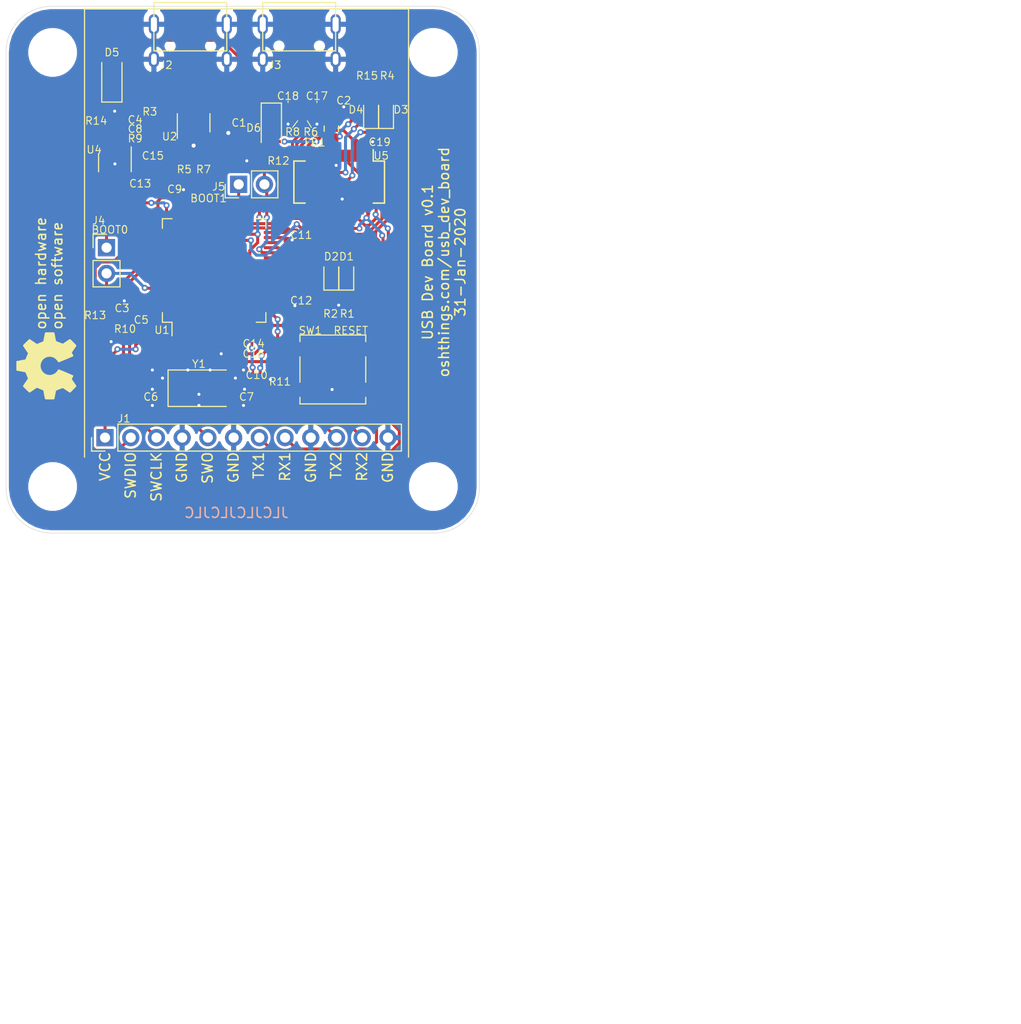
<source format=kicad_pcb>
(kicad_pcb (version 20171130) (host pcbnew 5.1.5-52549c5~84~ubuntu18.04.1)
  (layers (0 F.Cu signal) (31 B.Cu signal) (34 B.Paste user) (35 F.Paste user) (36 B.SilkS user) (37 F.SilkS user) (38 B.Mask user) (39 F.Mask user) (44 Edge.Cuts user))
  (net 0 "")
  (net 1 GND)
  (net 2 /5V_ST_USB)
  (net 3 /5V_FTDI_USB)
  (net 4 VCC)
  (net 5 +5V)
  (net 6 /XTAL1)
  (net 7 /XTAL2)
  (net 8 /NRST)
  (net 9 "Net-(D1-Pad1)")
  (net 10 /USR_LED)
  (net 11 "Net-(D2-Pad1)")
  (net 12 /USART2_RX)
  (net 13 /USART2_TX)
  (net 14 /USART1_RX)
  (net 15 /USART1_TX)
  (net 16 /SWO)
  (net 17 /SWCLK)
  (net 18 /SWDIO)
  (net 19 /D-_ST_USB_RAW)
  (net 20 /D+_ST_USB_RAW)
  (net 21 /BOOT0)
  (net 22 /BOOT1)
  (net 23 /ST_USB_D+)
  (net 24 "Net-(R5-Pad1)")
  (net 25 "Net-(R6-Pad1)")
  (net 26 /ST_USB_D-)
  (net 27 "Net-(R7-Pad1)")
  (net 28 "Net-(R8-Pad1)")
  (net 29 /DTR)
  (net 30 /RTS)
  (net 31 "Net-(R14-Pad1)")
  (net 32 "Net-(U1-Pad62)")
  (net 33 "Net-(U1-Pad61)")
  (net 34 "Net-(U1-Pad59)")
  (net 35 "Net-(U1-Pad58)")
  (net 36 "Net-(U1-Pad57)")
  (net 37 "Net-(U1-Pad56)")
  (net 38 "Net-(U1-Pad54)")
  (net 39 "Net-(U1-Pad53)")
  (net 40 "Net-(U1-Pad52)")
  (net 41 "Net-(U1-Pad51)")
  (net 42 "Net-(U1-Pad50)")
  (net 43 "Net-(U1-Pad41)")
  (net 44 "Net-(U1-Pad40)")
  (net 45 "Net-(U1-Pad39)")
  (net 46 "Net-(U1-Pad38)")
  (net 47 "Net-(U1-Pad37)")
  (net 48 "Net-(U1-Pad36)")
  (net 49 "Net-(U1-Pad35)")
  (net 50 "Net-(U1-Pad34)")
  (net 51 "Net-(U1-Pad33)")
  (net 52 "Net-(U1-Pad30)")
  (net 53 "Net-(U1-Pad29)")
  (net 54 "Net-(U1-Pad27)")
  (net 55 "Net-(U1-Pad26)")
  (net 56 "Net-(U1-Pad24)")
  (net 57 "Net-(U1-Pad23)")
  (net 58 "Net-(U1-Pad22)")
  (net 59 "Net-(U1-Pad21)")
  (net 60 "Net-(U1-Pad20)")
  (net 61 "Net-(U1-Pad15)")
  (net 62 "Net-(U1-Pad14)")
  (net 63 "Net-(U1-Pad11)")
  (net 64 "Net-(U1-Pad10)")
  (net 65 "Net-(U1-Pad9)")
  (net 66 "Net-(U1-Pad8)")
  (net 67 "Net-(U1-Pad4)")
  (net 68 "Net-(U1-Pad3)")
  (net 69 "Net-(U1-Pad2)")
  (net 70 "Net-(U4-Pad4)")
  (net 71 "Net-(U5-Pad19)")
  (net 72 "Net-(U5-Pad18)")
  (net 73 "Net-(U5-Pad9)")
  (net 74 "Net-(U5-Pad8)")
  (net 75 "Net-(U5-Pad7)")
  (net 76 "Net-(U5-Pad5)")
  (net 77 /FTDI_3.3)
  (net 78 /D-_FTDI_USB)
  (net 79 /D+_FTDI_USB)
  (net 80 "Net-(D3-Pad2)")
  (net 81 /TX_LED)
  (net 82 "Net-(D4-Pad2)")
  (net 83 /RX_LED)
  (net 84 "Net-(C2-Pad2)")
  (module Symbol:OSHW-Symbol_6.7x6mm_SilkScreen (layer F.Cu) (at 24 55.5 90)
    (fp_text reference REF** hide)
    (fp_text value OSHW-Symbol_6.7x6mm_SilkScreen hide)
  )
  (module MountingHole:MountingHole_4.3mm_M4 (layer F.Cu) (at 24.55 67.45)
    (fp_text reference H4 hide)
    (fp_text value MountingHole)
    (pad 1 np_thru_hole circle (at 0 0) (size 4.3 4.3) (drill 4.3) (layers *.Cu *.Mask))
  )
  (module MountingHole:MountingHole_4.3mm_M4 (layer F.Cu) (at 62.2 67.45)
    (fp_text reference H3 hide)
    (fp_text value MountingHole)
    (pad 1 np_thru_hole circle (at 0 0) (size 4.3 4.3) (drill 4.3) (layers *.Cu *.Mask))
  )
  (module MountingHole:MountingHole_4.3mm_M4 (layer F.Cu) (at 24.55 24.55)
    (fp_text reference H2 hide)
    (fp_text value MountingHole)
    (pad 1 np_thru_hole circle (at 0 0) (size 4.3 4.3) (drill 4.3) (layers *.Cu *.Mask))
  )
  (module MountingHole:MountingHole_4.3mm_M4 (layer F.Cu) (at 62.2 24.55)
    (fp_text reference H1 hide)
    (fp_text value MountingHole)
    (pad 1 np_thru_hole circle (at 0 0) (size 4.3 4.3) (drill 4.3) (layers *.Cu *.Mask))
  )
  (module Diode_SMD:D_SOD-123 (layer F.Cu) (at 46.2 31.8 270)
    (fp_text reference D6 (at 0.2 1.75 180) (layer F.SilkS) (effects (font (size 0.75 0.75) (thickness 0.1))))
    (fp_text value B5819W)
    (pad 2 smd rect (at 1.65 0 270) (size 0.9 1.2) (layers F.Cu F.Paste F.Mask) (net 3 /5V_FTDI_USB))
    (pad 1 smd rect (at -1.65 0 270) (size 0.9 1.2) (layers F.Cu F.Paste F.Mask) (net 5 +5V))
  )
  (module Diode_SMD:D_SOD-123 (layer F.Cu) (at 30.45 27.2 90)
    (fp_text reference D5 (at 2.65 0 180) (layer F.SilkS) (effects (font (size 0.75 0.75) (thickness 0.1))))
    (fp_text value B5819W)
    (pad 2 smd rect (at 1.65 0 90) (size 0.9 1.2) (layers F.Cu F.Paste F.Mask) (net 2 /5V_ST_USB))
    (pad 1 smd rect (at -1.65 0 90) (size 0.9 1.2) (layers F.Cu F.Paste F.Mask) (net 5 +5V))
  )
  (module Resistor_SMD:R_0402_1005Metric (layer F.Cu) (at 29.425 51.85 90)
    (fp_text reference R13 (at 1.35 -0.625 180) (layer F.SilkS) (effects (font (size 0.75 0.75) (thickness 0.1))))
    (fp_text value 1k)
    (pad 2 smd roundrect (at 0.485 0 90) (size 0.59 0.64) (layers F.Cu F.Paste F.Mask) (net 21 /BOOT0))
    (pad 1 smd roundrect (at -0.485 0 90) (size 0.59 0.64) (layers F.Cu F.Paste F.Mask) (net 30 /RTS))
  )
  (module Capacitor_SMD:C_0402_1005Metric (layer F.Cu) (at 54.975 33.4)
    (fp_text reference C19 (at 1.925 0) (layer F.SilkS) (effects (font (size 0.75 0.75) (thickness 0.1))))
    (fp_text value 100nf)
    (pad 2 smd roundrect (at 0.485 0) (size 0.59 0.64) (layers F.Cu F.Paste F.Mask) (net 1 GND))
    (pad 1 smd roundrect (at -0.485 0) (size 0.59 0.64) (layers F.Cu F.Paste F.Mask) (net 77 /FTDI_3.3))
  )
  (module Resistor_SMD:R_0402_1005Metric (layer F.Cu) (at 56.05 28.15 270)
    (fp_text reference R15 (at -1.3 0.4 180) (layer F.SilkS) (effects (font (size 0.75 0.75) (thickness 0.1))))
    (fp_text value 1k)
    (pad 2 smd roundrect (at 0.485 0 270) (size 0.59 0.64) (layers F.Cu F.Paste F.Mask) (net 82 "Net-(D4-Pad2)"))
    (pad 1 smd roundrect (at -0.485 0 270) (size 0.59 0.64) (layers F.Cu F.Paste F.Mask) (net 3 /5V_FTDI_USB))
  )
  (module Resistor_SMD:R_0402_1005Metric (layer F.Cu) (at 48.8 30.375 90)
    (fp_text reference R8 (at -2.025 -0.5) (layer F.SilkS) (effects (font (size 0.75 0.75) (thickness 0.1))))
    (fp_text value 22)
    (pad 2 smd roundrect (at 0.485 0 90) (size 0.59 0.64) (layers F.Cu F.Paste F.Mask) (net 79 /D+_FTDI_USB))
    (pad 1 smd roundrect (at -0.485 0 90) (size 0.59 0.64) (layers F.Cu F.Paste F.Mask) (net 28 "Net-(R8-Pad1)"))
  )
  (module Resistor_SMD:R_0402_1005Metric (layer F.Cu) (at 49.75 30.375 90)
    (fp_text reference R6 (at -2.025 0.35) (layer F.SilkS) (effects (font (size 0.75 0.75) (thickness 0.1))))
    (fp_text value 22)
    (pad 1 smd roundrect (at -0.485 0 90) (size 0.59 0.64) (layers F.Cu F.Paste F.Mask) (net 25 "Net-(R6-Pad1)"))
    (pad 2 smd roundrect (at 0.485 0 90) (size 0.59 0.64) (layers F.Cu F.Paste F.Mask) (net 78 /D-_FTDI_USB))
  )
  (module Resistor_SMD:R_0402_1005Metric (layer F.Cu) (at 57.525 28.15 270)
    (fp_text reference R4 (at -1.3 -0.125 180) (layer F.SilkS) (effects (font (size 0.75 0.75) (thickness 0.1))))
    (fp_text value 1k)
    (pad 2 smd roundrect (at 0.485 0 270) (size 0.59 0.64) (layers F.Cu F.Paste F.Mask) (net 80 "Net-(D3-Pad2)"))
    (pad 1 smd roundrect (at -0.485 0 270) (size 0.59 0.64) (layers F.Cu F.Paste F.Mask) (net 3 /5V_FTDI_USB))
  )
  (module Inductor_SMD:L_0805_2012Metric (layer F.Cu) (at 52.125 32.075 90)
    (fp_text reference FB1 (at -1.375 -1.625 180) (layer F.SilkS) (effects (font (size 0.75 0.75) (thickness 0.1))))
    (fp_text value 100ohm)
    (pad 2 smd roundrect (at 0.9375 0 90) (size 0.975 1.4) (layers F.Cu F.Paste F.Mask) (net 84 "Net-(C2-Pad2)"))
    (pad 1 smd roundrect (at -0.9375 0 90) (size 0.975 1.4) (layers F.Cu F.Paste F.Mask) (net 3 /5V_FTDI_USB))
  )
  (module LED_SMD:LED_0603_1608Metric (layer F.Cu) (at 56.05 30.575 90)
    (fp_text reference D4 (at 0.375 -1.5 180) (layer F.SilkS) (effects (font (size 0.75 0.75) (thickness 0.1))))
    (fp_text value RX_Yel)
    (pad 2 smd roundrect (at 0.7875 0 90) (size 0.875 0.95) (layers F.Cu F.Paste F.Mask) (net 82 "Net-(D4-Pad2)"))
    (pad 1 smd roundrect (at -0.7875 0 90) (size 0.875 0.95) (layers F.Cu F.Paste F.Mask) (net 83 /RX_LED))
  )
  (module LED_SMD:LED_0603_1608Metric (layer F.Cu) (at 57.525 30.575 90)
    (fp_text reference D3 (at 0.375 1.475 180) (layer F.SilkS) (effects (font (size 0.75 0.75) (thickness 0.1))))
    (fp_text value TX_Yel)
    (pad 2 smd roundrect (at 0.7875 0 90) (size 0.875 0.95) (layers F.Cu F.Paste F.Mask) (net 80 "Net-(D3-Pad2)"))
    (pad 1 smd roundrect (at -0.7875 0 90) (size 0.875 0.95) (layers F.Cu F.Paste F.Mask) (net 81 /TX_LED))
  )
  (module Capacitor_SMD:C_0402_1005Metric (layer F.Cu) (at 47.85 30.375 270)
    (fp_text reference C18 (at -1.525 0 180) (layer F.SilkS) (effects (font (size 0.75 0.75) (thickness 0.1))))
    (fp_text value 47pf)
    (pad 2 smd roundrect (at 0.485 0 270) (size 0.59 0.64) (layers F.Cu F.Paste F.Mask) (net 1 GND))
    (pad 1 smd roundrect (at -0.485 0 270) (size 0.59 0.64) (layers F.Cu F.Paste F.Mask) (net 79 /D+_FTDI_USB))
  )
  (module Capacitor_SMD:C_0402_1005Metric (layer F.Cu) (at 50.7 30.375 270)
    (fp_text reference C17 (at -1.525 0 180) (layer F.SilkS) (effects (font (size 0.75 0.75) (thickness 0.1))))
    (fp_text value 47pf)
    (pad 2 smd roundrect (at 0.485 0 270) (size 0.59 0.64) (layers F.Cu F.Paste F.Mask) (net 1 GND))
    (pad 1 smd roundrect (at -0.485 0 270) (size 0.59 0.64) (layers F.Cu F.Paste F.Mask) (net 78 /D-_FTDI_USB))
  )
  (module Capacitor_SMD:C_0402_1005Metric (layer F.Cu) (at 52.1 29.925 180)
    (fp_text reference C2 (at -1.25 0.625) (layer F.SilkS) (effects (font (size 0.75 0.75) (thickness 0.1))))
    (fp_text value 10nf)
    (pad 2 smd roundrect (at 0.485 0 180) (size 0.59 0.64) (layers F.Cu F.Paste F.Mask) (net 84 "Net-(C2-Pad2)"))
    (pad 1 smd roundrect (at -0.485 0 180) (size 0.59 0.64) (layers F.Cu F.Paste F.Mask) (net 1 GND))
  )
  (module Package_SO:SSOP-20_3.9x8.7mm_P0.635mm (layer F.Cu) (at 52.9 37.35 270)
    (fp_text reference U5 (at -2.6 -4.15 180) (layer F.SilkS) (effects (font (size 0.75 0.75) (thickness 0.1))))
    (fp_text value FT231XS)
    (pad 20 smd rect (at 2.6 -2.8575 270) (size 1.2 0.4) (layers F.Cu F.Paste F.Mask) (net 14 /USART1_RX))
    (pad 19 smd rect (at 2.6 -2.2225 270) (size 1.2 0.4) (layers F.Cu F.Paste F.Mask) (net 71 "Net-(U5-Pad19)"))
    (pad 18 smd rect (at 2.6 -1.5875 270) (size 1.2 0.4) (layers F.Cu F.Paste F.Mask) (net 72 "Net-(U5-Pad18)"))
    (pad 17 smd rect (at 2.6 -0.9525 270) (size 1.2 0.4) (layers F.Cu F.Paste F.Mask) (net 81 /TX_LED))
    (pad 16 smd rect (at 2.6 -0.3175 270) (size 1.2 0.4) (layers F.Cu F.Paste F.Mask) (net 1 GND))
    (pad 15 smd rect (at 2.6 0.3175 270) (size 1.2 0.4) (layers F.Cu F.Paste F.Mask) (net 3 /5V_FTDI_USB))
    (pad 14 smd rect (at 2.6 0.9525 270) (size 1.2 0.4) (layers F.Cu F.Paste F.Mask) (net 77 /FTDI_3.3))
    (pad 13 smd rect (at 2.6 1.5875 270) (size 1.2 0.4) (layers F.Cu F.Paste F.Mask) (net 77 /FTDI_3.3))
    (pad 12 smd rect (at 2.6 2.2225 270) (size 1.2 0.4) (layers F.Cu F.Paste F.Mask) (net 25 "Net-(R6-Pad1)"))
    (pad 11 smd rect (at 2.6 2.8575 270) (size 1.2 0.4) (layers F.Cu F.Paste F.Mask) (net 28 "Net-(R8-Pad1)"))
    (pad 10 smd rect (at -2.6 2.8575 270) (size 1.2 0.4) (layers F.Cu F.Paste F.Mask) (net 83 /RX_LED))
    (pad 9 smd rect (at -2.6 2.2225 270) (size 1.2 0.4) (layers F.Cu F.Paste F.Mask) (net 73 "Net-(U5-Pad9)"))
    (pad 8 smd rect (at -2.6 1.5875 270) (size 1.2 0.4) (layers F.Cu F.Paste F.Mask) (net 74 "Net-(U5-Pad8)"))
    (pad 7 smd rect (at -2.6 0.9525 270) (size 1.2 0.4) (layers F.Cu F.Paste F.Mask) (net 75 "Net-(U5-Pad7)"))
    (pad 6 smd rect (at -2.6 0.3175 270) (size 1.2 0.4) (layers F.Cu F.Paste F.Mask) (net 1 GND))
    (pad 5 smd rect (at -2.6 -0.3175 270) (size 1.2 0.4) (layers F.Cu F.Paste F.Mask) (net 76 "Net-(U5-Pad5)"))
    (pad 4 smd rect (at -2.6 -0.9525 270) (size 1.2 0.4) (layers F.Cu F.Paste F.Mask) (net 15 /USART1_TX))
    (pad 3 smd rect (at -2.6 -1.5875 270) (size 1.2 0.4) (layers F.Cu F.Paste F.Mask) (net 77 /FTDI_3.3))
    (pad 2 smd rect (at -2.6 -2.2225 270) (size 1.2 0.4) (layers F.Cu F.Paste F.Mask) (net 30 /RTS))
    (pad 1 smd rect (at -2.6 -2.8575 270) (size 1.2 0.4) (layers F.Cu F.Paste F.Mask) (net 29 /DTR))
  )
  (module Custom:USB_MICRO_B_U-F-M5DD-W-2 (layer F.Cu) (at 48.95 23.5 90)
    (fp_text reference J3 (at -2.3 -2.4 180) (layer F.SilkS) (effects (font (size 0.75 0.75) (thickness 0.1))))
    (fp_text value FTDI_USB)
    (pad 4 smd roundrect (at -1.625 -0.65 90) (size 2 0.4) (layers F.Cu F.Paste F.Mask) (net 1 GND))
    (pad 5 smd roundrect (at -1.625 -1.3 90) (size 2 0.4) (layers F.Cu F.Paste F.Mask) (net 1 GND))
    (pad 1 smd roundrect (at -1.625 1.3 90) (size 2 0.4) (layers F.Cu F.Paste F.Mask) (net 84 "Net-(C2-Pad2)"))
    (pad 2 smd roundrect (at -1.625 0.65 90) (size 2 0.4) (layers F.Cu F.Paste F.Mask) (net 78 /D-_FTDI_USB))
    (pad 3 smd roundrect (at -1.625 0 90) (size 2 0.4) (layers F.Cu F.Paste F.Mask) (net 79 /D+_FTDI_USB))
    (pad "" np_thru_hole circle (at -0.424 -1.999 180) (size 0.6 0.6) (drill 0.6) (layers *.Cu *.Mask))
    (pad "" np_thru_hole circle (at -0.424 1.999 180) (size 0.6 0.6) (drill 0.6) (layers *.Cu *.Mask))
    (pad 6 thru_hole oval (at 1.725 3.599 180) (size 1 2) (drill oval 0.6 1.5) (layers *.Cu *.Mask) (net 1 GND))
    (pad 6 thru_hole oval (at 1.725 -3.599 180) (size 1 2) (drill oval 0.6 1.5) (layers *.Cu *.Mask) (net 1 GND))
    (pad 6 thru_hole oval (at -1.725 -3.599 180) (size 1 1.6) (drill oval 0.55 1.1) (layers *.Cu *.Mask) (net 1 GND))
    (pad 6 thru_hole oval (at -1.725 3.599 180) (size 1 1.6) (drill oval 0.55 1.1) (layers *.Cu *.Mask) (net 1 GND))
  )
  (module Custom:USB_MICRO_B_U-F-M5DD-W-2 (layer F.Cu) (at 38.2 23.5 90)
    (fp_text reference J2 (at -2.3 -2.4 180) (layer F.SilkS) (effects (font (size 0.75 0.75) (thickness 0.1))))
    (fp_text value STM_USB)
    (pad 4 smd roundrect (at -1.625 -0.65 90) (size 2 0.4) (layers F.Cu F.Paste F.Mask) (net 1 GND))
    (pad 5 smd roundrect (at -1.625 -1.3 90) (size 2 0.4) (layers F.Cu F.Paste F.Mask) (net 1 GND))
    (pad 1 smd roundrect (at -1.625 1.3 90) (size 2 0.4) (layers F.Cu F.Paste F.Mask) (net 2 /5V_ST_USB))
    (pad 2 smd roundrect (at -1.625 0.65 90) (size 2 0.4) (layers F.Cu F.Paste F.Mask) (net 19 /D-_ST_USB_RAW))
    (pad 3 smd roundrect (at -1.625 0 90) (size 2 0.4) (layers F.Cu F.Paste F.Mask) (net 20 /D+_ST_USB_RAW))
    (pad "" np_thru_hole circle (at -0.424 -1.999 180) (size 0.6 0.6) (drill 0.6) (layers *.Cu *.Mask))
    (pad "" np_thru_hole circle (at -0.424 1.999 180) (size 0.6 0.6) (drill 0.6) (layers *.Cu *.Mask))
    (pad 6 thru_hole oval (at 1.725 3.599 180) (size 1 2) (drill oval 0.6 1.5) (layers *.Cu *.Mask) (net 1 GND))
    (pad 6 thru_hole oval (at 1.725 -3.599 180) (size 1 2) (drill oval 0.6 1.5) (layers *.Cu *.Mask) (net 1 GND))
    (pad 6 thru_hole oval (at -1.725 -3.599 180) (size 1 1.6) (drill oval 0.55 1.1) (layers *.Cu *.Mask) (net 1 GND))
    (pad 6 thru_hole oval (at -1.725 3.599 180) (size 1 1.6) (drill oval 0.55 1.1) (layers *.Cu *.Mask) (net 1 GND))
  )
  (module Crystal:Crystal_SMD_5032-2Pin_5.0x3.2mm (layer F.Cu) (at 39.05 57.7)
    (fp_text reference Y1 (at 0 -2.4) (layer F.SilkS) (effects (font (size 0.75 0.75) (thickness 0.1))))
    (fp_text value 8MHz)
    (pad 2 smd rect (at 1.85 0) (size 2 2.4) (layers F.Cu F.Paste F.Mask) (net 7 /XTAL2))
    (pad 1 smd rect (at -1.85 0) (size 2 2.4) (layers F.Cu F.Paste F.Mask) (net 6 /XTAL1))
  )
  (module Package_TO_SOT_SMD:SOT-23-5 (layer F.Cu) (at 30.75 35.425 270)
    (fp_text reference U4 (at -1.275 2.05 180) (layer F.SilkS) (effects (font (size 0.75 0.75) (thickness 0.1))))
    (fp_text value AP2112K-3.3)
    (pad 5 smd rect (at 1.1 -0.95 270) (size 1.06 0.65) (layers F.Cu F.Paste F.Mask) (net 4 VCC))
    (pad 4 smd rect (at 1.1 0.95 270) (size 1.06 0.65) (layers F.Cu F.Paste F.Mask) (net 70 "Net-(U4-Pad4)"))
    (pad 3 smd rect (at -1.1 0.95 270) (size 1.06 0.65) (layers F.Cu F.Paste F.Mask) (net 31 "Net-(R14-Pad1)"))
    (pad 2 smd rect (at -1.1 0 270) (size 1.06 0.65) (layers F.Cu F.Paste F.Mask) (net 1 GND))
    (pad 1 smd rect (at -1.1 -0.95 270) (size 1.06 0.65) (layers F.Cu F.Paste F.Mask) (net 5 +5V))
  )
  (module Package_TO_SOT_SMD:SOT-23-6 (layer F.Cu) (at 38.525 31.5 90)
    (fp_text reference U2 (at -1.35 -2.375 180) (layer F.SilkS) (effects (font (size 0.75 0.75) (thickness 0.1))))
    (fp_text value USBLC6-2SC6)
    (pad 5 smd rect (at 1.1 0 90) (size 1.06 0.65) (layers F.Cu F.Paste F.Mask) (net 2 /5V_ST_USB))
    (pad 6 smd rect (at 1.1 -0.95 90) (size 1.06 0.65) (layers F.Cu F.Paste F.Mask) (net 20 /D+_ST_USB_RAW))
    (pad 4 smd rect (at 1.1 0.95 90) (size 1.06 0.65) (layers F.Cu F.Paste F.Mask) (net 19 /D-_ST_USB_RAW))
    (pad 3 smd rect (at -1.1 0.95 90) (size 1.06 0.65) (layers F.Cu F.Paste F.Mask) (net 27 "Net-(R7-Pad1)"))
    (pad 2 smd rect (at -1.1 0 90) (size 1.06 0.65) (layers F.Cu F.Paste F.Mask) (net 1 GND))
    (pad 1 smd rect (at -1.1 -0.95 90) (size 1.06 0.65) (layers F.Cu F.Paste F.Mask) (net 24 "Net-(R5-Pad1)"))
  )
  (module Package_QFP:LQFP-64_10x10mm_P0.5mm (layer F.Cu) (at 40.55 46.075 90)
    (fp_text reference U1 (at -5.875 -5.15 180) (layer F.SilkS) (effects (font (size 0.75 0.75) (thickness 0.1))))
    (fp_text value STM32F103RCTx)
    (pad 64 smd roundrect (at -3.75 -5.675 90) (size 0.3 1.55) (layers F.Cu F.Paste F.Mask) (net 4 VCC))
    (pad 63 smd roundrect (at -3.25 -5.675 90) (size 0.3 1.55) (layers F.Cu F.Paste F.Mask) (net 1 GND))
    (pad 62 smd roundrect (at -2.75 -5.675 90) (size 0.3 1.55) (layers F.Cu F.Paste F.Mask) (net 32 "Net-(U1-Pad62)"))
    (pad 61 smd roundrect (at -2.25 -5.675 90) (size 0.3 1.55) (layers F.Cu F.Paste F.Mask) (net 33 "Net-(U1-Pad61)"))
    (pad 60 smd roundrect (at -1.75 -5.675 90) (size 0.3 1.55) (layers F.Cu F.Paste F.Mask) (net 21 /BOOT0))
    (pad 59 smd roundrect (at -1.25 -5.675 90) (size 0.3 1.55) (layers F.Cu F.Paste F.Mask) (net 34 "Net-(U1-Pad59)"))
    (pad 58 smd roundrect (at -0.75 -5.675 90) (size 0.3 1.55) (layers F.Cu F.Paste F.Mask) (net 35 "Net-(U1-Pad58)"))
    (pad 57 smd roundrect (at -0.25 -5.675 90) (size 0.3 1.55) (layers F.Cu F.Paste F.Mask) (net 36 "Net-(U1-Pad57)"))
    (pad 56 smd roundrect (at 0.25 -5.675 90) (size 0.3 1.55) (layers F.Cu F.Paste F.Mask) (net 37 "Net-(U1-Pad56)"))
    (pad 55 smd roundrect (at 0.75 -5.675 90) (size 0.3 1.55) (layers F.Cu F.Paste F.Mask) (net 16 /SWO))
    (pad 54 smd roundrect (at 1.25 -5.675 90) (size 0.3 1.55) (layers F.Cu F.Paste F.Mask) (net 38 "Net-(U1-Pad54)"))
    (pad 53 smd roundrect (at 1.75 -5.675 90) (size 0.3 1.55) (layers F.Cu F.Paste F.Mask) (net 39 "Net-(U1-Pad53)"))
    (pad 52 smd roundrect (at 2.25 -5.675 90) (size 0.3 1.55) (layers F.Cu F.Paste F.Mask) (net 40 "Net-(U1-Pad52)"))
    (pad 51 smd roundrect (at 2.75 -5.675 90) (size 0.3 1.55) (layers F.Cu F.Paste F.Mask) (net 41 "Net-(U1-Pad51)"))
    (pad 50 smd roundrect (at 3.25 -5.675 90) (size 0.3 1.55) (layers F.Cu F.Paste F.Mask) (net 42 "Net-(U1-Pad50)"))
    (pad 49 smd roundrect (at 3.75 -5.675 90) (size 0.3 1.55) (layers F.Cu F.Paste F.Mask) (net 17 /SWCLK))
    (pad 48 smd roundrect (at 5.675 -3.75 90) (size 1.55 0.3) (layers F.Cu F.Paste F.Mask) (net 4 VCC))
    (pad 47 smd roundrect (at 5.675 -3.25 90) (size 1.55 0.3) (layers F.Cu F.Paste F.Mask) (net 1 GND))
    (pad 46 smd roundrect (at 5.675 -2.75 90) (size 1.55 0.3) (layers F.Cu F.Paste F.Mask) (net 18 /SWDIO))
    (pad 45 smd roundrect (at 5.675 -2.25 90) (size 1.55 0.3) (layers F.Cu F.Paste F.Mask) (net 23 /ST_USB_D+))
    (pad 44 smd roundrect (at 5.675 -1.75 90) (size 1.55 0.3) (layers F.Cu F.Paste F.Mask) (net 26 /ST_USB_D-))
    (pad 43 smd roundrect (at 5.675 -1.25 90) (size 1.55 0.3) (layers F.Cu F.Paste F.Mask) (net 14 /USART1_RX))
    (pad 42 smd roundrect (at 5.675 -0.75 90) (size 1.55 0.3) (layers F.Cu F.Paste F.Mask) (net 15 /USART1_TX))
    (pad 41 smd roundrect (at 5.675 -0.25 90) (size 1.55 0.3) (layers F.Cu F.Paste F.Mask) (net 43 "Net-(U1-Pad41)"))
    (pad 40 smd roundrect (at 5.675 0.25 90) (size 1.55 0.3) (layers F.Cu F.Paste F.Mask) (net 44 "Net-(U1-Pad40)"))
    (pad 39 smd roundrect (at 5.675 0.75 90) (size 1.55 0.3) (layers F.Cu F.Paste F.Mask) (net 45 "Net-(U1-Pad39)"))
    (pad 38 smd roundrect (at 5.675 1.25 90) (size 1.55 0.3) (layers F.Cu F.Paste F.Mask) (net 46 "Net-(U1-Pad38)"))
    (pad 37 smd roundrect (at 5.675 1.75 90) (size 1.55 0.3) (layers F.Cu F.Paste F.Mask) (net 47 "Net-(U1-Pad37)"))
    (pad 36 smd roundrect (at 5.675 2.25 90) (size 1.55 0.3) (layers F.Cu F.Paste F.Mask) (net 48 "Net-(U1-Pad36)"))
    (pad 35 smd roundrect (at 5.675 2.75 90) (size 1.55 0.3) (layers F.Cu F.Paste F.Mask) (net 49 "Net-(U1-Pad35)"))
    (pad 34 smd roundrect (at 5.675 3.25 90) (size 1.55 0.3) (layers F.Cu F.Paste F.Mask) (net 50 "Net-(U1-Pad34)"))
    (pad 33 smd roundrect (at 5.675 3.75 90) (size 1.55 0.3) (layers F.Cu F.Paste F.Mask) (net 51 "Net-(U1-Pad33)"))
    (pad 32 smd roundrect (at 3.75 5.675 90) (size 0.3 1.55) (layers F.Cu F.Paste F.Mask) (net 4 VCC))
    (pad 31 smd roundrect (at 3.25 5.675 90) (size 0.3 1.55) (layers F.Cu F.Paste F.Mask) (net 1 GND))
    (pad 30 smd roundrect (at 2.75 5.675 90) (size 0.3 1.55) (layers F.Cu F.Paste F.Mask) (net 52 "Net-(U1-Pad30)"))
    (pad 29 smd roundrect (at 2.25 5.675 90) (size 0.3 1.55) (layers F.Cu F.Paste F.Mask) (net 53 "Net-(U1-Pad29)"))
    (pad 28 smd roundrect (at 1.75 5.675 90) (size 0.3 1.55) (layers F.Cu F.Paste F.Mask) (net 22 /BOOT1))
    (pad 27 smd roundrect (at 1.25 5.675 90) (size 0.3 1.55) (layers F.Cu F.Paste F.Mask) (net 54 "Net-(U1-Pad27)"))
    (pad 26 smd roundrect (at 0.75 5.675 90) (size 0.3 1.55) (layers F.Cu F.Paste F.Mask) (net 55 "Net-(U1-Pad26)"))
    (pad 25 smd roundrect (at 0.25 5.675 90) (size 0.3 1.55) (layers F.Cu F.Paste F.Mask) (net 10 /USR_LED))
    (pad 24 smd roundrect (at -0.25 5.675 90) (size 0.3 1.55) (layers F.Cu F.Paste F.Mask) (net 56 "Net-(U1-Pad24)"))
    (pad 23 smd roundrect (at -0.75 5.675 90) (size 0.3 1.55) (layers F.Cu F.Paste F.Mask) (net 57 "Net-(U1-Pad23)"))
    (pad 22 smd roundrect (at -1.25 5.675 90) (size 0.3 1.55) (layers F.Cu F.Paste F.Mask) (net 58 "Net-(U1-Pad22)"))
    (pad 21 smd roundrect (at -1.75 5.675 90) (size 0.3 1.55) (layers F.Cu F.Paste F.Mask) (net 59 "Net-(U1-Pad21)"))
    (pad 20 smd roundrect (at -2.25 5.675 90) (size 0.3 1.55) (layers F.Cu F.Paste F.Mask) (net 60 "Net-(U1-Pad20)"))
    (pad 19 smd roundrect (at -2.75 5.675 90) (size 0.3 1.55) (layers F.Cu F.Paste F.Mask) (net 4 VCC))
    (pad 18 smd roundrect (at -3.25 5.675 90) (size 0.3 1.55) (layers F.Cu F.Paste F.Mask) (net 1 GND))
    (pad 17 smd roundrect (at -3.75 5.675 90) (size 0.3 1.55) (layers F.Cu F.Paste F.Mask) (net 12 /USART2_RX))
    (pad 16 smd roundrect (at -5.675 3.75 90) (size 1.55 0.3) (layers F.Cu F.Paste F.Mask) (net 13 /USART2_TX))
    (pad 15 smd roundrect (at -5.675 3.25 90) (size 1.55 0.3) (layers F.Cu F.Paste F.Mask) (net 61 "Net-(U1-Pad15)"))
    (pad 14 smd roundrect (at -5.675 2.75 90) (size 1.55 0.3) (layers F.Cu F.Paste F.Mask) (net 62 "Net-(U1-Pad14)"))
    (pad 13 smd roundrect (at -5.675 2.25 90) (size 1.55 0.3) (layers F.Cu F.Paste F.Mask) (net 4 VCC))
    (pad 12 smd roundrect (at -5.675 1.75 90) (size 1.55 0.3) (layers F.Cu F.Paste F.Mask) (net 1 GND))
    (pad 11 smd roundrect (at -5.675 1.25 90) (size 1.55 0.3) (layers F.Cu F.Paste F.Mask) (net 63 "Net-(U1-Pad11)"))
    (pad 10 smd roundrect (at -5.675 0.75 90) (size 1.55 0.3) (layers F.Cu F.Paste F.Mask) (net 64 "Net-(U1-Pad10)"))
    (pad 9 smd roundrect (at -5.675 0.25 90) (size 1.55 0.3) (layers F.Cu F.Paste F.Mask) (net 65 "Net-(U1-Pad9)"))
    (pad 8 smd roundrect (at -5.675 -0.25 90) (size 1.55 0.3) (layers F.Cu F.Paste F.Mask) (net 66 "Net-(U1-Pad8)"))
    (pad 7 smd roundrect (at -5.675 -0.75 90) (size 1.55 0.3) (layers F.Cu F.Paste F.Mask) (net 8 /NRST))
    (pad 6 smd roundrect (at -5.675 -1.25 90) (size 1.55 0.3) (layers F.Cu F.Paste F.Mask) (net 7 /XTAL2))
    (pad 5 smd roundrect (at -5.675 -1.75 90) (size 1.55 0.3) (layers F.Cu F.Paste F.Mask) (net 6 /XTAL1))
    (pad 4 smd roundrect (at -5.675 -2.25 90) (size 1.55 0.3) (layers F.Cu F.Paste F.Mask) (net 67 "Net-(U1-Pad4)"))
    (pad 3 smd roundrect (at -5.675 -2.75 90) (size 1.55 0.3) (layers F.Cu F.Paste F.Mask) (net 68 "Net-(U1-Pad3)"))
    (pad 2 smd roundrect (at -5.675 -3.25 90) (size 1.55 0.3) (layers F.Cu F.Paste F.Mask) (net 69 "Net-(U1-Pad2)"))
    (pad 1 smd roundrect (at -5.675 -3.75 90) (size 1.55 0.3) (layers F.Cu F.Paste F.Mask) (net 4 VCC))
  )
  (module Button_Switch_SMD:SW_SPST_B3SL-1002P (layer F.Cu) (at 52.275 55.85)
    (fp_text reference SW1 (at -2.225 -3.85) (layer F.SilkS) (effects (font (size 0.75 0.75) (thickness 0.1))))
    (fp_text value Reset)
    (pad 2 smd rect (at -2.875 2) (size 2.75 1) (layers F.Cu F.Paste F.Mask) (net 1 GND))
    (pad 2 smd rect (at 2.875 2) (size 2.75 1) (layers F.Cu F.Paste F.Mask) (net 1 GND))
    (pad 1 smd rect (at 2.875 -2) (size 2.75 1) (layers F.Cu F.Paste F.Mask) (net 8 /NRST))
    (pad 1 smd rect (at -2.875 -2) (size 2.75 1) (layers F.Cu F.Paste F.Mask) (net 8 /NRST))
  )
  (module Resistor_SMD:R_0402_1005Metric (layer F.Cu) (at 29.8 32.575 90)
    (fp_text reference R14 (at 1.275 -0.9) (layer F.SilkS) (effects (font (size 0.75 0.75) (thickness 0.1))))
    (fp_text value 100k)
    (pad 2 smd roundrect (at 0.485 0 90) (size 0.59 0.64) (layers F.Cu F.Paste F.Mask) (net 5 +5V))
    (pad 1 smd roundrect (at -0.485 0 90) (size 0.59 0.64) (layers F.Cu F.Paste F.Mask) (net 31 "Net-(R14-Pad1)"))
  )
  (module Resistor_SMD:R_0402_1005Metric (layer F.Cu) (at 45.025 35.25)
    (fp_text reference R12 (at 1.875 0) (layer F.SilkS) (effects (font (size 0.75 0.75) (thickness 0.1))))
    (fp_text value 10k)
    (pad 2 smd roundrect (at 0.485 0) (size 0.59 0.64) (layers F.Cu F.Paste F.Mask) (net 22 /BOOT1))
    (pad 1 smd roundrect (at -0.485 0) (size 0.59 0.64) (layers F.Cu F.Paste F.Mask) (net 1 GND))
  )
  (module Resistor_SMD:R_0402_1005Metric (layer F.Cu) (at 47.05 55.55 90)
    (fp_text reference R11 (at -1.5 0 180) (layer F.SilkS) (effects (font (size 0.75 0.75) (thickness 0.1))))
    (fp_text value 1k)
    (pad 2 smd roundrect (at 0.485 0 90) (size 0.59 0.64) (layers F.Cu F.Paste F.Mask) (net 8 /NRST))
    (pad 1 smd roundrect (at -0.485 0 90) (size 0.59 0.64) (layers F.Cu F.Paste F.Mask) (net 29 /DTR))
  )
  (module Resistor_SMD:R_0402_1005Metric (layer F.Cu) (at 30.375 51.85 90)
    (fp_text reference R10 (at 0 1.375 180) (layer F.SilkS) (effects (font (size 0.75 0.75) (thickness 0.1))))
    (fp_text value 10k)
    (pad 2 smd roundrect (at 0.485 0 90) (size 0.59 0.64) (layers F.Cu F.Paste F.Mask) (net 21 /BOOT0))
    (pad 1 smd roundrect (at -0.485 0 90) (size 0.59 0.64) (layers F.Cu F.Paste F.Mask) (net 1 GND))
  )
  (module Resistor_SMD:R_0402_1005Metric (layer F.Cu) (at 31.225 33.05 180)
    (fp_text reference R9 (at -1.525 0) (layer F.SilkS) (effects (font (size 0.75 0.75) (thickness 0.1))))
    (fp_text value 100k)
    (pad 2 smd roundrect (at 0.485 0 180) (size 0.59 0.64) (layers F.Cu F.Paste F.Mask) (net 1 GND))
    (pad 1 smd roundrect (at -0.485 0 180) (size 0.59 0.64) (layers F.Cu F.Paste F.Mask) (net 5 +5V))
  )
  (module Resistor_SMD:R_0402_1005Metric (layer F.Cu) (at 39.475 34.75 270)
    (fp_text reference R7 (at 1.35 -0.025 180) (layer F.SilkS) (effects (font (size 0.75 0.75) (thickness 0.1))))
    (fp_text value 22)
    (pad 2 smd roundrect (at 0.485 0 270) (size 0.59 0.64) (layers F.Cu F.Paste F.Mask) (net 26 /ST_USB_D-))
    (pad 1 smd roundrect (at -0.485 0 270) (size 0.59 0.64) (layers F.Cu F.Paste F.Mask) (net 27 "Net-(R7-Pad1)"))
  )
  (module Resistor_SMD:R_0402_1005Metric (layer F.Cu) (at 37.575 34.75 270)
    (fp_text reference R5 (at 1.35 -0.025 180) (layer F.SilkS) (effects (font (size 0.75 0.75) (thickness 0.1))))
    (fp_text value 22)
    (pad 2 smd roundrect (at 0.485 0 270) (size 0.59 0.64) (layers F.Cu F.Paste F.Mask) (net 23 /ST_USB_D+))
    (pad 1 smd roundrect (at -0.485 0 270) (size 0.59 0.64) (layers F.Cu F.Paste F.Mask) (net 24 "Net-(R5-Pad1)"))
  )
  (module Resistor_SMD:R_0402_1005Metric (layer F.Cu) (at 35.775 30.4)
    (fp_text reference R3 (at -1.575 0) (layer F.SilkS) (effects (font (size 0.75 0.75) (thickness 0.1))))
    (fp_text value 2k)
    (pad 2 smd roundrect (at 0.485 0) (size 0.59 0.64) (layers F.Cu F.Paste F.Mask) (net 20 /D+_ST_USB_RAW))
    (pad 1 smd roundrect (at -0.485 0) (size 0.59 0.64) (layers F.Cu F.Paste F.Mask) (net 2 /5V_ST_USB))
  )
  (module Resistor_SMD:R_0402_1005Metric (layer F.Cu) (at 52.125 49 270)
    (fp_text reference R2 (at 1.35 0.075 180) (layer F.SilkS) (effects (font (size 0.75 0.75) (thickness 0.1))))
    (fp_text value 220)
    (pad 2 smd roundrect (at 0.485 0 270) (size 0.59 0.64) (layers F.Cu F.Paste F.Mask) (net 1 GND))
    (pad 1 smd roundrect (at -0.485 0 270) (size 0.59 0.64) (layers F.Cu F.Paste F.Mask) (net 11 "Net-(D2-Pad1)"))
  )
  (module Resistor_SMD:R_0402_1005Metric (layer F.Cu) (at 53.6 49 270)
    (fp_text reference R1 (at 1.35 -0.1 180) (layer F.SilkS) (effects (font (size 0.75 0.75) (thickness 0.1))))
    (fp_text value 1k)
    (pad 2 smd roundrect (at 0.485 0 270) (size 0.59 0.64) (layers F.Cu F.Paste F.Mask) (net 1 GND))
    (pad 1 smd roundrect (at -0.485 0 270) (size 0.59 0.64) (layers F.Cu F.Paste F.Mask) (net 9 "Net-(D1-Pad1)"))
  )
  (module Connector_PinHeader_2.54mm:PinHeader_1x02_P2.54mm_Vertical (layer F.Cu) (at 42.975 37.575 90)
    (fp_text reference J5 (at -0.225 -1.975 180) (layer F.SilkS) (effects (font (size 0.75 0.75) (thickness 0.1))))
    (fp_text value BOOT1)
    (pad 2 thru_hole oval (at 0 2.54 90) (size 1.7 1.7) (drill 1) (layers *.Cu *.Mask) (net 22 /BOOT1))
    (pad 1 thru_hole rect (at 0 0 90) (size 1.7 1.7) (drill 1) (layers *.Cu *.Mask) (net 4 VCC))
  )
  (module Connector_PinHeader_2.54mm:PinHeader_1x02_P2.54mm_Vertical (layer F.Cu) (at 29.925 43.825)
    (fp_text reference J4 (at -0.775 -2.675) (layer F.SilkS) (effects (font (size 0.75 0.75) (thickness 0.1))))
    (fp_text value BOOT0)
    (pad 2 thru_hole oval (at 0 2.54) (size 1.7 1.7) (drill 1) (layers *.Cu *.Mask) (net 21 /BOOT0))
    (pad 1 thru_hole rect (at 0 0) (size 1.7 1.7) (drill 1) (layers *.Cu *.Mask) (net 4 VCC))
  )
  (module Connector_PinHeader_2.54mm:PinHeader_1x12_P2.54mm_Vertical (layer F.Cu) (at 29.775 62.575 90)
    (fp_text reference J1 (at 1.875 1.875 180) (layer F.SilkS) (effects (font (size 0.75 0.75) (thickness 0.1))))
    (fp_text value Conn_01x12)
    (pad 1 thru_hole rect (at 0 0 90) (size 1.7 1.7) (drill 1) (layers *.Cu *.Mask) (net 4 VCC))
    (pad 2 thru_hole oval (at 0 2.54 90) (size 1.7 1.7) (drill 1) (layers *.Cu *.Mask) (net 18 /SWDIO))
    (pad 3 thru_hole oval (at 0 5.08 90) (size 1.7 1.7) (drill 1) (layers *.Cu *.Mask) (net 17 /SWCLK))
    (pad 4 thru_hole oval (at 0 7.62 90) (size 1.7 1.7) (drill 1) (layers *.Cu *.Mask) (net 1 GND))
    (pad 5 thru_hole oval (at 0 10.16 90) (size 1.7 1.7) (drill 1) (layers *.Cu *.Mask) (net 16 /SWO))
    (pad 6 thru_hole oval (at 0 12.7 90) (size 1.7 1.7) (drill 1) (layers *.Cu *.Mask) (net 1 GND))
    (pad 7 thru_hole oval (at 0 15.24 90) (size 1.7 1.7) (drill 1) (layers *.Cu *.Mask) (net 15 /USART1_TX))
    (pad 8 thru_hole oval (at 0 17.78 90) (size 1.7 1.7) (drill 1) (layers *.Cu *.Mask) (net 14 /USART1_RX))
    (pad 9 thru_hole oval (at 0 20.32 90) (size 1.7 1.7) (drill 1) (layers *.Cu *.Mask) (net 1 GND))
    (pad 10 thru_hole oval (at 0 22.86 90) (size 1.7 1.7) (drill 1) (layers *.Cu *.Mask) (net 13 /USART2_TX))
    (pad 11 thru_hole oval (at 0 25.4 90) (size 1.7 1.7) (drill 1) (layers *.Cu *.Mask) (net 12 /USART2_RX))
    (pad 12 thru_hole oval (at 0 27.94 90) (size 1.7 1.7) (drill 1) (layers *.Cu *.Mask) (net 1 GND))
  )
  (module LED_SMD:LED_0603_1608Metric (layer F.Cu) (at 52.125 46.525 90)
    (fp_text reference D2 (at 1.825 0 180) (layer F.SilkS) (effects (font (size 0.75 0.75) (thickness 0.1))))
    (fp_text value USR_Red)
    (pad 2 smd roundrect (at 0.7875 0 90) (size 0.875 0.95) (layers F.Cu F.Paste F.Mask) (net 10 /USR_LED))
    (pad 1 smd roundrect (at -0.7875 0 90) (size 0.875 0.95) (layers F.Cu F.Paste F.Mask) (net 11 "Net-(D2-Pad1)"))
  )
  (module LED_SMD:LED_0603_1608Metric (layer F.Cu) (at 53.6 46.525 90)
    (fp_text reference D1 (at 1.825 0.025 180) (layer F.SilkS) (effects (font (size 0.75 0.75) (thickness 0.1))))
    (fp_text value PWR_Green)
    (pad 2 smd roundrect (at 0.7875 0 90) (size 0.875 0.95) (layers F.Cu F.Paste F.Mask) (net 4 VCC))
    (pad 1 smd roundrect (at -0.7875 0 90) (size 0.875 0.95) (layers F.Cu F.Paste F.Mask) (net 9 "Net-(D1-Pad1)"))
  )
  (module Capacitor_SMD:C_0402_1005Metric (layer F.Cu) (at 42.55 54.3 180)
    (fp_text reference C16 (at -1.9 0) (layer F.SilkS) (effects (font (size 0.75 0.75) (thickness 0.1))))
    (fp_text value 1uf)
    (pad 2 smd roundrect (at 0.485 0 180) (size 0.59 0.64) (layers F.Cu F.Paste F.Mask) (net 1 GND))
    (pad 1 smd roundrect (at -0.485 0 180) (size 0.59 0.64) (layers F.Cu F.Paste F.Mask) (net 4 VCC))
  )
  (module Capacitor_SMD:C_0402_1005Metric (layer F.Cu) (at 33.975 36.04 90)
    (fp_text reference C15 (at 1.29 0.525 180) (layer F.SilkS) (effects (font (size 0.75 0.75) (thickness 0.1))))
    (fp_text value 100nf)
    (pad 2 smd roundrect (at 0.485 0 90) (size 0.59 0.64) (layers F.Cu F.Paste F.Mask) (net 1 GND))
    (pad 1 smd roundrect (at -0.485 0 90) (size 0.59 0.64) (layers F.Cu F.Paste F.Mask) (net 4 VCC))
  )
  (module Capacitor_SMD:C_0402_1005Metric (layer F.Cu) (at 42.55 53.3 180)
    (fp_text reference C14 (at -1.9 0) (layer F.SilkS) (effects (font (size 0.75 0.75) (thickness 0.1))))
    (fp_text value 10nf)
    (pad 2 smd roundrect (at 0.485 0 180) (size 0.59 0.64) (layers F.Cu F.Paste F.Mask) (net 1 GND))
    (pad 1 smd roundrect (at -0.485 0 180) (size 0.59 0.64) (layers F.Cu F.Paste F.Mask) (net 4 VCC))
  )
  (module Capacitor_SMD:C_0402_1005Metric (layer F.Cu) (at 33.025 36.04 90)
    (fp_text reference C13 (at -1.46 0.225 180) (layer F.SilkS) (effects (font (size 0.75 0.75) (thickness 0.1))))
    (fp_text value 10uf)
    (pad 2 smd roundrect (at 0.485 0 90) (size 0.59 0.64) (layers F.Cu F.Paste F.Mask) (net 1 GND))
    (pad 1 smd roundrect (at -0.485 0 90) (size 0.59 0.64) (layers F.Cu F.Paste F.Mask) (net 4 VCC))
  )
  (module Capacitor_SMD:C_0402_1005Metric (layer F.Cu) (at 47.725 49.075 270)
    (fp_text reference C12 (at -0.025 -1.425 180) (layer F.SilkS) (effects (font (size 0.75 0.75) (thickness 0.1))))
    (fp_text value 100nf)
    (pad 2 smd roundrect (at 0.485 0 270) (size 0.59 0.64) (layers F.Cu F.Paste F.Mask) (net 1 GND))
    (pad 1 smd roundrect (at -0.485 0 270) (size 0.59 0.64) (layers F.Cu F.Paste F.Mask) (net 4 VCC))
  )
  (module Capacitor_SMD:C_0402_1005Metric (layer F.Cu) (at 47.725 42.575 270)
    (fp_text reference C11 (at 0 -1.425 180) (layer F.SilkS) (effects (font (size 0.75 0.75) (thickness 0.1))))
    (fp_text value 100nf)
    (pad 2 smd roundrect (at 0.485 0 270) (size 0.59 0.64) (layers F.Cu F.Paste F.Mask) (net 1 GND))
    (pad 1 smd roundrect (at -0.485 0 270) (size 0.59 0.64) (layers F.Cu F.Paste F.Mask) (net 4 VCC))
  )
  (module Capacitor_SMD:C_0402_1005Metric (layer F.Cu) (at 46.1 55.55 270)
    (fp_text reference C10 (at 0.85 1.35 180) (layer F.SilkS) (effects (font (size 0.75 0.75) (thickness 0.1))))
    (fp_text value 100nf)
    (pad 2 smd roundrect (at 0.485 0 270) (size 0.59 0.64) (layers F.Cu F.Paste F.Mask) (net 1 GND))
    (pad 1 smd roundrect (at -0.485 0 270) (size 0.59 0.64) (layers F.Cu F.Paste F.Mask) (net 8 /NRST))
  )
  (module Capacitor_SMD:C_0402_1005Metric (layer F.Cu) (at 37.05 38.9)
    (fp_text reference C9 (at -0.4 -0.85) (layer F.SilkS) (effects (font (size 0.75 0.75) (thickness 0.1))))
    (fp_text value 100nf)
    (pad 2 smd roundrect (at 0.485 0) (size 0.59 0.64) (layers F.Cu F.Paste F.Mask) (net 1 GND))
    (pad 1 smd roundrect (at -0.485 0) (size 0.59 0.64) (layers F.Cu F.Paste F.Mask) (net 4 VCC))
  )
  (module Capacitor_SMD:C_0402_1005Metric (layer F.Cu) (at 31.225 32.1 180)
    (fp_text reference C8 (at -1.525 0) (layer F.SilkS) (effects (font (size 0.75 0.75) (thickness 0.1))))
    (fp_text value 100nf)
    (pad 2 smd roundrect (at 0.485 0 180) (size 0.59 0.64) (layers F.Cu F.Paste F.Mask) (net 1 GND))
    (pad 1 smd roundrect (at -0.485 0 180) (size 0.59 0.64) (layers F.Cu F.Paste F.Mask) (net 5 +5V))
  )
  (module Capacitor_SMD:C_0402_1005Metric (layer F.Cu) (at 42.65 58.2 90)
    (fp_text reference C7 (at -0.35 1.1 180) (layer F.SilkS) (effects (font (size 0.75 0.75) (thickness 0.1))))
    (fp_text value 22pf)
    (pad 2 smd roundrect (at 0.485 0 90) (size 0.59 0.64) (layers F.Cu F.Paste F.Mask) (net 7 /XTAL2))
    (pad 1 smd roundrect (at -0.485 0 90) (size 0.59 0.64) (layers F.Cu F.Paste F.Mask) (net 1 GND))
  )
  (module Capacitor_SMD:C_0402_1005Metric (layer F.Cu) (at 35.45 58.2 90)
    (fp_text reference C6 (at -0.35 -1.15 180) (layer F.SilkS) (effects (font (size 0.75 0.75) (thickness 0.1))))
    (fp_text value 22pf)
    (pad 2 smd roundrect (at 0.485 0 90) (size 0.59 0.64) (layers F.Cu F.Paste F.Mask) (net 6 /XTAL1))
    (pad 1 smd roundrect (at -0.485 0 90) (size 0.59 0.64) (layers F.Cu F.Paste F.Mask) (net 1 GND))
  )
  (module Capacitor_SMD:C_0402_1005Metric (layer F.Cu) (at 33.375 49.575 90)
    (fp_text reference C5 (at -1.375 -0.025 180) (layer F.SilkS) (effects (font (size 0.75 0.75) (thickness 0.1))))
    (fp_text value 100nf)
    (pad 2 smd roundrect (at 0.485 0 90) (size 0.59 0.64) (layers F.Cu F.Paste F.Mask) (net 1 GND))
    (pad 1 smd roundrect (at -0.485 0 90) (size 0.59 0.64) (layers F.Cu F.Paste F.Mask) (net 4 VCC))
  )
  (module Capacitor_SMD:C_0402_1005Metric (layer F.Cu) (at 31.225 31.15 180)
    (fp_text reference C4 (at -1.525 -0.05) (layer F.SilkS) (effects (font (size 0.75 0.75) (thickness 0.1))))
    (fp_text value 10uf)
    (pad 2 smd roundrect (at 0.485 0 180) (size 0.59 0.64) (layers F.Cu F.Paste F.Mask) (net 1 GND))
    (pad 1 smd roundrect (at -0.485 0 180) (size 0.59 0.64) (layers F.Cu F.Paste F.Mask) (net 5 +5V))
  )
  (module Capacitor_SMD:C_0402_1005Metric (layer F.Cu) (at 32.425 49.575 90)
    (fp_text reference C3 (at -0.225 -0.975 180) (layer F.SilkS) (effects (font (size 0.75 0.75) (thickness 0.1))))
    (fp_text value 4.7uf)
    (pad 2 smd roundrect (at 0.485 0 90) (size 0.59 0.64) (layers F.Cu F.Paste F.Mask) (net 1 GND))
    (pad 1 smd roundrect (at -0.485 0 90) (size 0.59 0.64) (layers F.Cu F.Paste F.Mask) (net 4 VCC))
  )
  (module Capacitor_SMD:C_0402_1005Metric (layer F.Cu) (at 41.45 31.5)
    (fp_text reference C1 (at 1.55 0) (layer F.SilkS) (effects (font (size 0.75 0.75) (thickness 0.1))))
    (fp_text value 100nf)
    (pad 2 smd roundrect (at 0.485 0) (size 0.59 0.64) (layers F.Cu F.Paste F.Mask) (net 1 GND))
    (pad 1 smd roundrect (at -0.485 0) (size 0.59 0.64) (layers F.Cu F.Paste F.Mask) (net 2 /5V_ST_USB))
  )
  (gr_line (start 50.15 31.95) (end 49.75 31.3) (layer F.SilkS) (width 0.1))
  (gr_line (start 48.3 31.95) (end 48.8 31.3) (layer F.SilkS) (width 0.1))
  (gr_line (start 47.85 29.5) (end 47.85 29.35) (layer F.SilkS) (width 0.1))
  (gr_line (start 50.7 29.5) (end 50.7 29.35) (layer F.SilkS) (width 0.1))
  (gr_arc (start 24.5 67.5) (end 20 67.5) (angle -90) (layer Edge.Cuts) (width 0.05))
  (gr_arc (start 62.25 67.5) (end 62.25 72) (angle -90) (layer Edge.Cuts) (width 0.05))
  (gr_arc (start 62.25 24.5) (end 66.75 24.5) (angle -90) (layer Edge.Cuts) (width 0.05))
  (gr_arc (start 24.5 24.5) (end 24.5 20) (angle -90) (layer Edge.Cuts) (width 0.05))
  (gr_text JLCJLCJLCJLC (at 42.75 70) (layer B.SilkS) (effects (font (size 1 1)) (justify mirror)))
  (gr_text "open hardware\nopen software" (at 24.25 52 90) (layer F.SilkS) (effects (font (size 1 1)) (justify left)))
  (gr_text "USB Dev Board v0.1\noshthings.com/usb_dev_board\n31-Jan-2020" (at 63.25 45.25 90) (layer F.SilkS) (effects (font (size 1 1))))
  (gr_line (start 59.75 20.25) (end 58.5 20.25) (layer F.SilkS) (width 0.12))
  (gr_line (start 59.75 64.5) (end 59.75 20.25) (layer F.SilkS) (width 0.12))
  (gr_line (start 27.75 20.25) (end 58.5 20.25) (layer F.SilkS) (width 0.12))
  (gr_line (start 27.75 64.5) (end 27.75 20.25) (layer F.SilkS) (width 0.12))
  (gr_text BOOT0 (at 30.25 42.05) (layer F.SilkS) (effects (font (size 0.75 0.75) (thickness 0.1))))
  (gr_text RX2 (at 55.15 63.9 90) (layer F.SilkS) (effects (font (size 1 1)) (justify right)))
  (gr_text TX2 (at 52.6 63.9 90) (layer F.SilkS) (effects (font (size 1 1)) (justify right)))
  (gr_text RX1 (at 47.55 63.9 90) (layer F.SilkS) (effects (font (size 1 1)) (justify right)))
  (gr_text TX1 (at 44.95 63.9 90) (layer F.SilkS) (effects (font (size 1 1)) (justify right)))
  (gr_text SWO (at 39.9 63.9 90) (layer F.SilkS) (effects (font (size 1 1)) (justify right)))
  (gr_text GND (at 57.7 63.9 90) (layer F.SilkS) (effects (font (size 1 1)) (justify right)))
  (gr_text GND (at 50.1 63.9 90) (layer F.SilkS) (effects (font (size 1 1)) (justify right)))
  (gr_text GND (at 42.45 63.9 90) (layer F.SilkS) (effects (font (size 1 1)) (justify right)))
  (gr_text GND (at 37.35 63.9 90) (layer F.SilkS) (effects (font (size 1 1)) (justify right)))
  (gr_text SWCLK (at 34.85 63.9 90) (layer F.SilkS) (effects (font (size 1 1)) (justify right)))
  (gr_text SWDIO (at 32.3 63.9 90) (layer F.SilkS) (effects (font (size 1 1)) (justify right)))
  (gr_text VCC (at 29.775 63.905 90) (layer F.SilkS) (effects (font (size 1 1)) (justify right)))
  (gr_text RESET (at 54.05 52) (layer F.SilkS) (effects (font (size 0.75 0.75) (thickness 0.1))))
  (gr_text BOOT1 (at 40 38.95) (layer F.SilkS) (effects (font (size 0.75 0.75) (thickness 0.1))))
  (gr_line (start 66.75 24.5) (end 66.75 67.5) (layer Edge.Cuts) (width 0.05))
  (gr_line (start 20 24.5) (end 20 67.5) (layer Edge.Cuts) (width 0.05))
  (gr_line (start 24.5 72) (end 62.25 72) (layer Edge.Cuts) (width 0.05))
  (gr_line (start 24.5 20) (end 62.25 20) (layer Edge.Cuts) (width 0.05))
  (via (at 41.95 32.5) (size 0.8) (drill 0.4) (layers F.Cu B.Cu) (net 1))
  (segment (start 41.95 31.515) (end 41.935 31.5) (width 0.4) (layer F.Cu) (net 1))
  (segment (start 41.95 32.5) (end 41.95 31.515) (width 0.3) (layer F.Cu) (net 1))
  (via (at 38.525 33.75) (size 0.8) (drill 0.4) (layers F.Cu B.Cu) (net 1))
  (segment (start 38.525 33.75) (end 38.525 32.6) (width 0.3) (layer F.Cu) (net 1))
  (via (at 43.45 55.9) (size 0.6) (drill 0.3) (layers F.Cu B.Cu) (net 1))
  (via (at 34.45 55.9) (size 0.6) (drill 0.3) (layers F.Cu B.Cu) (net 1))
  (via (at 43.45 59.4) (size 0.6) (drill 0.3) (layers F.Cu B.Cu) (net 1))
  (via (at 34.45 59.4) (size 0.6) (drill 0.3) (layers F.Cu B.Cu) (net 1))
  (via (at 39.05 59.4) (size 0.6) (drill 0.3) (layers F.Cu B.Cu) (net 1))
  (via (at 39.05 58.3) (size 0.6) (drill 0.3) (layers F.Cu B.Cu) (net 1))
  (via (at 40.15 55.9) (size 0.6) (drill 0.3) (layers F.Cu B.Cu) (net 1))
  (via (at 37.95 55.9) (size 0.6) (drill 0.3) (layers F.Cu B.Cu) (net 1))
  (via (at 42.65 56.7) (size 0.6) (drill 0.3) (layers F.Cu B.Cu) (net 1))
  (via (at 43.55 57.8) (size 0.6) (drill 0.3) (layers F.Cu B.Cu) (net 1))
  (via (at 34.45 57.8) (size 0.6) (drill 0.3) (layers F.Cu B.Cu) (net 1))
  (via (at 35.45 56.7) (size 0.6) (drill 0.3) (layers F.Cu B.Cu) (net 1))
  (segment (start 42.065 54.3) (end 42.065 53.3) (width 0.3) (layer F.Cu) (net 1))
  (segment (start 42.3 53.065) (end 42.3 51.75) (width 0.3) (layer F.Cu) (net 1))
  (segment (start 42.065 53.3) (end 42.3 53.065) (width 0.3) (layer F.Cu) (net 1))
  (via (at 41.25 54.3) (size 0.6) (drill 0.3) (layers F.Cu B.Cu) (net 1))
  (segment (start 42.065 54.3) (end 41.25 54.3) (width 0.3) (layer F.Cu) (net 1))
  (segment (start 47.49 49.325) (end 47.725 49.56) (width 0.3) (layer F.Cu) (net 1))
  (segment (start 46.225 49.325) (end 47.49 49.325) (width 0.3) (layer F.Cu) (net 1))
  (segment (start 47.49 42.825) (end 47.725 43.06) (width 0.3) (layer F.Cu) (net 1))
  (segment (start 46.225 42.825) (end 47.49 42.825) (width 0.3) (layer F.Cu) (net 1))
  (segment (start 37.3 39.135) (end 37.535 38.9) (width 0.3) (layer F.Cu) (net 1))
  (segment (start 37.3 40.4) (end 37.3 39.135) (width 0.3) (layer F.Cu) (net 1))
  (segment (start 33.61 49.325) (end 33.375 49.09) (width 0.3) (layer F.Cu) (net 1))
  (segment (start 34.875 49.325) (end 33.61 49.325) (width 0.3) (layer F.Cu) (net 1))
  (segment (start 33.375 49.09) (end 32.425 49.09) (width 0.3) (layer F.Cu) (net 1))
  (via (at 37.525 38.1) (size 0.6) (drill 0.3) (layers F.Cu B.Cu) (net 1))
  (segment (start 37.535 38.9) (end 37.535 38.11) (width 0.3) (layer F.Cu) (net 1))
  (segment (start 37.535 38.11) (end 37.525 38.1) (width 0.3) (layer F.Cu) (net 1))
  (via (at 48.525 49.55) (size 0.6) (drill 0.3) (layers F.Cu B.Cu) (net 1))
  (segment (start 47.725 49.56) (end 48.515 49.56) (width 0.3) (layer F.Cu) (net 1))
  (segment (start 48.515 49.56) (end 48.525 49.55) (width 0.3) (layer F.Cu) (net 1))
  (segment (start 30.755 35.555) (end 30.75 35.55) (width 0.3) (layer F.Cu) (net 1))
  (segment (start 30.75 35.555) (end 30.75 34.325) (width 0.3) (layer F.Cu) (net 1))
  (segment (start 30.75 31.16) (end 30.74 31.15) (width 0.3) (layer F.Cu) (net 1))
  (segment (start 30.75 34.325) (end 30.75 31.16) (width 0.3) (layer F.Cu) (net 1))
  (via (at 30.725 30.35) (size 0.6) (drill 0.3) (layers F.Cu B.Cu) (net 1))
  (segment (start 30.74 31.15) (end 30.74 30.365) (width 0.3) (layer F.Cu) (net 1))
  (segment (start 30.74 30.365) (end 30.725 30.35) (width 0.3) (layer F.Cu) (net 1))
  (via (at 52.85 49.5) (size 0.6) (drill 0.3) (layers F.Cu B.Cu) (net 1))
  (segment (start 53.6 49.485) (end 52.865 49.485) (width 0.3) (layer F.Cu) (net 1))
  (segment (start 52.865 49.485) (end 52.85 49.5) (width 0.3) (layer F.Cu) (net 1))
  (segment (start 52.14 49.5) (end 52.125 49.485) (width 0.3) (layer F.Cu) (net 1))
  (segment (start 52.85 49.5) (end 52.14 49.5) (width 0.3) (layer F.Cu) (net 1))
  (segment (start 45.451 25.125) (end 45.351 25.225) (width 0.3) (layer F.Cu) (net 1))
  (segment (start 48.3 25.125) (end 45.451 25.125) (width 0.3) (layer F.Cu) (net 1))
  (segment (start 34.701 25.125) (end 34.601 25.225) (width 0.3) (layer F.Cu) (net 1))
  (segment (start 37.55 25.125) (end 34.701 25.125) (width 0.3) (layer F.Cu) (net 1))
  (segment (start 46.1 56.035) (end 46.1 56.8) (width 0.3) (layer F.Cu) (net 1))
  (via (at 46.1 56.825) (size 0.6) (drill 0.3) (layers F.Cu B.Cu) (net 1))
  (segment (start 46.1 56.8) (end 46.075 56.825) (width 0.3) (layer F.Cu) (net 1))
  (via (at 52.2 57.825) (size 0.6) (drill 0.3) (layers F.Cu B.Cu) (net 1))
  (segment (start 49.4 57.85) (end 52.175 57.85) (width 0.3) (layer F.Cu) (net 1))
  (segment (start 52.175 57.85) (end 52.2 57.825) (width 0.3) (layer F.Cu) (net 1))
  (segment (start 55.125 57.825) (end 55.15 57.85) (width 0.3) (layer F.Cu) (net 1))
  (segment (start 52.2 57.825) (end 55.125 57.825) (width 0.3) (layer F.Cu) (net 1))
  (via (at 43.775 35.25) (size 0.6) (drill 0.3) (layers F.Cu B.Cu) (net 1))
  (via (at 30.375 53.1) (size 0.6) (drill 0.3) (layers F.Cu B.Cu) (net 1))
  (segment (start 30.375 52.335) (end 30.375 53.1) (width 0.3) (layer F.Cu) (net 1))
  (segment (start 30.75 35.555) (end 33.975 35.555) (width 0.3) (layer F.Cu) (net 1))
  (via (at 30.75 35.555) (size 0.6) (drill 0.3) (layers F.Cu B.Cu) (net 1))
  (via (at 47.85 31.625) (size 0.6) (drill 0.3) (layers F.Cu B.Cu) (net 1))
  (segment (start 47.85 30.86) (end 47.85 31.625) (width 0.3) (layer F.Cu) (net 1))
  (via (at 50.7 31.625) (size 0.6) (drill 0.3) (layers F.Cu B.Cu) (net 1))
  (segment (start 50.7 30.86) (end 50.7 31.625) (width 0.3) (layer F.Cu) (net 1))
  (via (at 53.35 29.925) (size 0.6) (drill 0.3) (layers F.Cu B.Cu) (net 1))
  (segment (start 52.585 29.925) (end 53.35 29.925) (width 0.3) (layer F.Cu) (net 1))
  (segment (start 43.775 35.25) (end 44.54 35.25) (width 0.3) (layer F.Cu) (net 1))
  (via (at 52.6 35.7) (size 0.6) (drill 0.3) (layers F.Cu B.Cu) (net 1))
  (segment (start 52.5825 34.75) (end 52.5825 35.6825) (width 0.3) (layer F.Cu) (net 1))
  (segment (start 52.5825 35.6825) (end 52.6 35.7) (width 0.3) (layer F.Cu) (net 1))
  (segment (start 53.2175 39.95) (end 53.2175 39.0425) (width 0.3) (layer F.Cu) (net 1))
  (via (at 53.2 39.025) (size 0.6) (drill 0.3) (layers F.Cu B.Cu) (net 1))
  (segment (start 53.2175 39.0425) (end 53.2 39.025) (width 0.3) (layer F.Cu) (net 1))
  (via (at 56.2 33.375) (size 0.6) (drill 0.3) (layers F.Cu B.Cu) (net 1))
  (segment (start 55.46 33.4) (end 56.175 33.4) (width 0.3) (layer F.Cu) (net 1))
  (segment (start 56.175 33.4) (end 56.2 33.375) (width 0.3) (layer F.Cu) (net 1))
  (via (at 48.25465 43.062421) (size 0.6) (drill 0.3) (layers F.Cu B.Cu) (net 1))
  (segment (start 48.252229 43.06) (end 48.25465 43.062421) (width 0.3) (layer F.Cu) (net 1))
  (segment (start 47.725 43.06) (end 48.252229 43.06) (width 0.3) (layer F.Cu) (net 1))
  (via (at 31.67701 49.074937) (size 0.6) (drill 0.3) (layers F.Cu B.Cu) (net 1))
  (segment (start 31.692073 49.09) (end 31.67701 49.074937) (width 0.3) (layer F.Cu) (net 1))
  (segment (start 32.425 49.09) (end 31.692073 49.09) (width 0.3) (layer F.Cu) (net 1))
  (segment (start 40.965 26.59) (end 40.965 31.5) (width 0.3) (layer F.Cu) (net 2))
  (segment (start 39.5 25.125) (end 40.965 26.59) (width 0.3) (layer F.Cu) (net 2))
  (segment (start 38.525 31.425) (end 38.525 30.4) (width 0.3) (layer F.Cu) (net 2))
  (segment (start 30.76 25.55) (end 30.45 25.55) (width 0.3) (layer F.Cu) (net 2))
  (segment (start 35.29 30.08) (end 30.76 25.55) (width 0.3) (layer F.Cu) (net 2))
  (segment (start 35.29 30.4) (end 35.29 30.08) (width 0.3) (layer F.Cu) (net 2))
  (segment (start 35.29 30.72) (end 35.29 30.4) (width 0.3) (layer F.Cu) (net 2))
  (segment (start 36.07 31.5) (end 35.29 30.72) (width 0.3) (layer F.Cu) (net 2))
  (segment (start 40.965 31.5) (end 36.07 31.5) (width 0.3) (layer F.Cu) (net 2))
  (segment (start 52.125 33.0125) (end 50.566384 33.0125) (width 0.3) (layer F.Cu) (net 3))
  (segment (start 52.5825 39.05) (end 52.5825 39.95) (width 0.3) (layer F.Cu) (net 3))
  (segment (start 49.5655 34.013384) (end 49.5655 36.033) (width 0.3) (layer F.Cu) (net 3))
  (segment (start 50.566384 33.0125) (end 49.5655 34.013384) (width 0.3) (layer F.Cu) (net 3))
  (segment (start 49.5655 36.033) (end 52.5825 39.05) (width 0.3) (layer F.Cu) (net 3))
  (segment (start 52.955941 32.881559) (end 52.955941 32.837393) (width 0.3) (layer F.Cu) (net 3))
  (via (at 53.789255 31.646367) (size 0.6) (drill 0.3) (layers F.Cu B.Cu) (net 3))
  (segment (start 52.955941 32.837393) (end 52.955941 32.413129) (width 0.3) (layer B.Cu) (net 3))
  (segment (start 52.125 33.0125) (end 52.825 33.0125) (width 0.3) (layer F.Cu) (net 3))
  (segment (start 53.722703 31.646367) (end 53.789255 31.646367) (width 0.3) (layer B.Cu) (net 3))
  (via (at 52.955941 32.837393) (size 0.6) (drill 0.3) (layers F.Cu B.Cu) (net 3))
  (segment (start 52.955941 32.413129) (end 53.722703 31.646367) (width 0.3) (layer B.Cu) (net 3))
  (segment (start 52.825 33.0125) (end 52.955941 32.881559) (width 0.3) (layer F.Cu) (net 3))
  (segment (start 57.525 27.665) (end 56.099652 27.665) (width 0.3) (layer F.Cu) (net 3))
  (segment (start 54.089254 31.346368) (end 54.089254 29.305746) (width 0.3) (layer F.Cu) (net 3))
  (segment (start 55.73 27.665) (end 56.05 27.665) (width 0.3) (layer F.Cu) (net 3))
  (segment (start 54.089254 29.305746) (end 55.73 27.665) (width 0.3) (layer F.Cu) (net 3))
  (segment (start 53.789255 31.646367) (end 54.089254 31.346368) (width 0.3) (layer F.Cu) (net 3))
  (via (at 50.65 33.35) (size 0.6) (drill 0.3) (layers F.Cu B.Cu) (net 3))
  (segment (start 52.125 33.0125) (end 50.9875 33.0125) (width 0.3) (layer F.Cu) (net 3))
  (segment (start 50.9875 33.0125) (end 50.65 33.35) (width 0.3) (layer F.Cu) (net 3))
  (via (at 47.5 33.35) (size 0.6) (drill 0.3) (layers F.Cu B.Cu) (net 3))
  (segment (start 50.65 33.35) (end 47.5 33.35) (width 0.3) (layer B.Cu) (net 3))
  (segment (start 46.3 33.35) (end 46.2 33.45) (width 0.3) (layer F.Cu) (net 3))
  (segment (start 47.5 33.35) (end 46.3 33.35) (width 0.3) (layer F.Cu) (net 3))
  (via (at 44.85 42.5) (size 0.6) (drill 0.3) (layers F.Cu B.Cu) (net 4))
  (segment (start 43.035 54.3) (end 43.035 53.3) (width 0.3) (layer F.Cu) (net 4))
  (segment (start 42.8 53.065) (end 43.035 53.3) (width 0.3) (layer F.Cu) (net 4))
  (segment (start 42.8 51.75) (end 42.8 53.065) (width 0.3) (layer F.Cu) (net 4))
  (segment (start 47.49 48.825) (end 47.725 48.59) (width 0.3) (layer F.Cu) (net 4))
  (segment (start 46.225 48.825) (end 47.49 48.825) (width 0.3) (layer F.Cu) (net 4))
  (segment (start 47.49 42.325) (end 47.725 42.09) (width 0.3) (layer F.Cu) (net 4))
  (segment (start 46.225 42.325) (end 47.49 42.325) (width 0.3) (layer F.Cu) (net 4))
  (segment (start 36.8 39.135) (end 36.565 38.9) (width 0.3) (layer F.Cu) (net 4))
  (segment (start 36.8 40.4) (end 36.8 39.135) (width 0.3) (layer F.Cu) (net 4))
  (segment (start 33.61 49.825) (end 33.375 50.06) (width 0.3) (layer F.Cu) (net 4))
  (segment (start 34.875 49.825) (end 33.61 49.825) (width 0.3) (layer F.Cu) (net 4))
  (segment (start 32.425 50.06) (end 33.375 50.06) (width 0.3) (layer F.Cu) (net 4))
  (segment (start 35 40.425) (end 35 39.225) (width 0.3) (layer F.Cu) (net 4))
  (segment (start 35.325 38.9) (end 36.565 38.9) (width 0.3) (layer F.Cu) (net 4))
  (segment (start 35 39.225) (end 35.325 38.9) (width 0.3) (layer F.Cu) (net 4))
  (segment (start 34.875 51.6) (end 32.95 51.6) (width 0.3) (layer F.Cu) (net 4))
  (segment (start 32.425 51.075) (end 32.425 50.06) (width 0.3) (layer F.Cu) (net 4))
  (segment (start 32.95 51.6) (end 32.425 51.075) (width 0.3) (layer F.Cu) (net 4))
  (segment (start 35.8625 50.8125) (end 36.8 51.75) (width 0.3) (layer F.Cu) (net 4))
  (segment (start 35.8625 50.6125) (end 34.875 51.6) (width 0.3) (layer F.Cu) (net 4))
  (segment (start 35.8625 50.6125) (end 35.8625 50.8125) (width 0.3) (layer F.Cu) (net 4))
  (segment (start 36.875 49.6) (end 35.8625 50.6125) (width 0.3) (layer F.Cu) (net 4))
  (segment (start 35 40.425) (end 30.9 40.425) (width 0.3) (layer F.Cu) (net 4))
  (segment (start 29.925 41.4) (end 29.925 43.825) (width 0.3) (layer F.Cu) (net 4))
  (segment (start 30.9 40.425) (end 29.925 41.4) (width 0.3) (layer F.Cu) (net 4))
  (segment (start 31.7 36.525) (end 33.975 36.525) (width 0.3) (layer F.Cu) (net 4))
  (segment (start 33.975 36.525) (end 35.725 36.525) (width 0.3) (layer F.Cu) (net 4))
  (segment (start 36.565 37.365) (end 36.565 38.9) (width 0.3) (layer F.Cu) (net 4))
  (segment (start 35.725 36.525) (end 36.565 37.365) (width 0.3) (layer F.Cu) (net 4))
  (via (at 45.025 40.825) (size 0.6) (drill 0.3) (layers F.Cu B.Cu) (net 4))
  (segment (start 44.85 42.5) (end 44.85 41) (width 0.3) (layer B.Cu) (net 4))
  (segment (start 44.85 41) (end 45.025 40.825) (width 0.3) (layer B.Cu) (net 4))
  (segment (start 42.975 38.725) (end 42.975 37.575) (width 0.3) (layer F.Cu) (net 4))
  (segment (start 44.475 38.85) (end 43.1 38.85) (width 0.3) (layer F.Cu) (net 4))
  (segment (start 43.1 38.85) (end 42.975 38.725) (width 0.3) (layer F.Cu) (net 4))
  (segment (start 45.025 40.825) (end 45.025 39.4) (width 0.3) (layer F.Cu) (net 4))
  (segment (start 45.025 39.4) (end 44.475 38.85) (width 0.3) (layer F.Cu) (net 4))
  (segment (start 40.5 49.6) (end 36.875 49.6) (width 0.3) (layer F.Cu) (net 4))
  (segment (start 44.85 43.325) (end 44.85 42.5) (width 0.3) (layer F.Cu) (net 4))
  (segment (start 44.075 44.1) (end 44.85 43.325) (width 0.3) (layer F.Cu) (net 4))
  (segment (start 53.6 46.175) (end 53.6 46.325) (width 0.3) (layer F.Cu) (net 4))
  (segment (start 53.6 45.7375) (end 53.6 46.175) (width 0.3) (layer F.Cu) (net 4))
  (segment (start 53.6 46.325) (end 53.6 45.7375) (width 0.3) (layer F.Cu) (net 4))
  (segment (start 53.6 46.5) (end 53.6 46.325) (width 0.3) (layer F.Cu) (net 4))
  (segment (start 53.50201 46.59799) (end 53.6 46.5) (width 0.3) (layer F.Cu) (net 4))
  (segment (start 48.72701 46.59799) (end 53.50201 46.59799) (width 0.3) (layer F.Cu) (net 4))
  (segment (start 47.725 48.59) (end 47.725 47.6) (width 0.3) (layer F.Cu) (net 4))
  (segment (start 47.725 47.6) (end 48.72701 46.59799) (width 0.3) (layer F.Cu) (net 4))
  (segment (start 44.075 49.6) (end 40.5 49.6) (width 0.3) (layer F.Cu) (net 4))
  (segment (start 44.075 49.6) (end 45.975 51.5) (width 0.3) (layer F.Cu) (net 4))
  (segment (start 45.975 51.5) (end 48.5 51.5) (width 0.3) (layer F.Cu) (net 4))
  (segment (start 48.5 51.5) (end 49.525 50.475) (width 0.3) (layer F.Cu) (net 4))
  (segment (start 49.525 50.475) (end 49.525 49) (width 0.3) (layer F.Cu) (net 4))
  (segment (start 49.525 49) (end 49.115 48.59) (width 0.3) (layer F.Cu) (net 4))
  (segment (start 49.115 48.59) (end 47.725 48.59) (width 0.3) (layer F.Cu) (net 4))
  (segment (start 44.075 49.6) (end 44.075 44.1) (width 0.3) (layer F.Cu) (net 4))
  (segment (start 48.045 42.09) (end 47.725 42.09) (width 0.3) (layer F.Cu) (net 4))
  (segment (start 48.730406 42.09) (end 48.045 42.09) (width 0.3) (layer F.Cu) (net 4))
  (segment (start 51.663396 45.02299) (end 48.730406 42.09) (width 0.3) (layer F.Cu) (net 4))
  (segment (start 53.32299 45.02299) (end 51.663396 45.02299) (width 0.3) (layer F.Cu) (net 4))
  (segment (start 53.6 45.3) (end 53.32299 45.02299) (width 0.3) (layer F.Cu) (net 4))
  (segment (start 53.6 45.7375) (end 53.6 45.3) (width 0.3) (layer F.Cu) (net 4))
  (segment (start 44.546036 54.3) (end 43.33 54.3) (width 0.3) (layer F.Cu) (net 4))
  (segment (start 43.33 54.3) (end 43.035 54.3) (width 0.3) (layer F.Cu) (net 4))
  (segment (start 45.975 52.871036) (end 44.546036 54.3) (width 0.3) (layer F.Cu) (net 4))
  (segment (start 45.975 51.5) (end 45.975 52.871036) (width 0.3) (layer F.Cu) (net 4))
  (segment (start 29.775 55.125) (end 29.775 62.575) (width 0.3) (layer F.Cu) (net 4))
  (segment (start 37.023298 42.5) (end 35 40.476702) (width 0.3) (layer F.Cu) (net 4))
  (segment (start 35 40.476702) (end 35 40.425) (width 0.3) (layer F.Cu) (net 4))
  (segment (start 44.85 42.5) (end 37.023298 42.5) (width 0.3) (layer F.Cu) (net 4))
  (via (at 31 53.85) (size 0.6) (drill 0.3) (layers F.Cu B.Cu) (net 4))
  (segment (start 29.775 55.125) (end 31 53.9) (width 0.3) (layer F.Cu) (net 4))
  (segment (start 31 53.9) (end 31 53.85) (width 0.3) (layer F.Cu) (net 4))
  (via (at 32.8 53.85) (size 0.6) (drill 0.3) (layers F.Cu B.Cu) (net 4))
  (segment (start 31 53.85) (end 32.8 53.85) (width 0.3) (layer B.Cu) (net 4))
  (segment (start 32.95 53.275736) (end 32.95 51.6) (width 0.3) (layer F.Cu) (net 4))
  (segment (start 32.8 53.425736) (end 32.95 53.275736) (width 0.3) (layer F.Cu) (net 4))
  (segment (start 32.8 53.85) (end 32.8 53.425736) (width 0.3) (layer F.Cu) (net 4))
  (segment (start 31.7 31.16) (end 31.71 31.15) (width 0.3) (layer F.Cu) (net 5))
  (segment (start 31.7 34.325) (end 31.7 31.16) (width 0.3) (layer F.Cu) (net 5))
  (segment (start 30.45 28.1) (end 30.45 28.85) (width 0.3) (layer F.Cu) (net 5))
  (segment (start 29.572999 27.222999) (end 30.45 28.1) (width 0.3) (layer F.Cu) (net 5))
  (segment (start 29.572999 24.878399) (end 29.572999 27.222999) (width 0.3) (layer F.Cu) (net 5))
  (segment (start 31.104399 23.346999) (end 29.572999 24.878399) (width 0.3) (layer F.Cu) (net 5))
  (segment (start 41.319857 23.346999) (end 31.104399 23.346999) (width 0.3) (layer F.Cu) (net 5))
  (segment (start 46.2 28.227142) (end 41.319857 23.346999) (width 0.3) (layer F.Cu) (net 5))
  (segment (start 46.2 30.15) (end 46.2 28.227142) (width 0.3) (layer F.Cu) (net 5))
  (segment (start 29.8 29.5) (end 30.45 28.85) (width 0.3) (layer F.Cu) (net 5))
  (segment (start 29.8 32.09) (end 29.8 29.5) (width 0.3) (layer F.Cu) (net 5))
  (segment (start 31.71 30.83) (end 31.71 31.15) (width 0.3) (layer F.Cu) (net 5))
  (segment (start 31.71 29.21) (end 31.71 30.83) (width 0.3) (layer F.Cu) (net 5))
  (segment (start 31.35 28.85) (end 31.71 29.21) (width 0.3) (layer F.Cu) (net 5))
  (segment (start 30.45 28.85) (end 31.35 28.85) (width 0.3) (layer F.Cu) (net 5))
  (segment (start 38.5 57.7) (end 37.2 57.7) (width 0.3) (layer F.Cu) (net 6))
  (segment (start 38.8 57.4) (end 38.5 57.7) (width 0.3) (layer F.Cu) (net 6))
  (segment (start 38.8 51.75) (end 38.8 56.5) (width 0.3) (layer F.Cu) (net 6))
  (segment (start 35.465 57.7) (end 35.45 57.715) (width 0.3) (layer F.Cu) (net 6))
  (segment (start 37.2 57.7) (end 35.465 57.7) (width 0.3) (layer F.Cu) (net 6))
  (segment (start 38.8 57.4) (end 38.8 56.5) (width 0.3) (layer F.Cu) (net 6))
  (segment (start 39.6 57.7) (end 40.9 57.7) (width 0.3) (layer F.Cu) (net 7))
  (segment (start 39.3 57.4) (end 39.6 57.7) (width 0.3) (layer F.Cu) (net 7))
  (segment (start 39.3 51.75) (end 39.3 56.5) (width 0.3) (layer F.Cu) (net 7))
  (segment (start 40.915 57.715) (end 40.9 57.7) (width 0.3) (layer F.Cu) (net 7))
  (segment (start 42.65 57.715) (end 40.915 57.715) (width 0.3) (layer F.Cu) (net 7))
  (segment (start 39.3 57.4) (end 39.3 56.5) (width 0.3) (layer F.Cu) (net 7))
  (segment (start 39.8 53.703962) (end 41.171038 55.075) (width 0.3) (layer F.Cu) (net 8))
  (segment (start 39.8 51.75) (end 39.8 53.703962) (width 0.3) (layer F.Cu) (net 8))
  (segment (start 41.171038 55.075) (end 46.85 55.075) (width 0.3) (layer F.Cu) (net 8))
  (segment (start 49.4 54.65) (end 49.4 53.85) (width 0.3) (layer F.Cu) (net 8))
  (segment (start 48.985 55.065) (end 49.4 54.65) (width 0.3) (layer F.Cu) (net 8))
  (segment (start 47.05 55.065) (end 48.985 55.065) (width 0.3) (layer F.Cu) (net 8))
  (segment (start 51.075 53.85) (end 55.15 53.85) (width 0.3) (layer F.Cu) (net 8))
  (segment (start 49.4 53.85) (end 51.075 53.85) (width 0.3) (layer F.Cu) (net 8))
  (segment (start 53.6 48.515) (end 53.6 47.3125) (width 0.3) (layer F.Cu) (net 9))
  (segment (start 52.0375 45.825) (end 52.125 45.7375) (width 0.3) (layer F.Cu) (net 10))
  (segment (start 46.225 45.825) (end 52.0375 45.825) (width 0.3) (layer F.Cu) (net 10))
  (segment (start 52.125 48.515) (end 52.125 47.3125) (width 0.3) (layer F.Cu) (net 11))
  (via (at 46.825 50.9) (size 0.6) (drill 0.3) (layers F.Cu B.Cu) (net 12))
  (segment (start 46.225 49.825) (end 46.225 50.3) (width 0.3) (layer F.Cu) (net 12))
  (segment (start 46.225 50.3) (end 46.825 50.9) (width 0.3) (layer F.Cu) (net 12))
  (via (at 46.825 52.1) (size 0.6) (drill 0.3) (layers F.Cu B.Cu) (net 12))
  (segment (start 46.825 50.9) (end 46.825 52.1) (width 0.3) (layer B.Cu) (net 12))
  (via (at 45.225 54.475) (size 0.6) (drill 0.3) (layers F.Cu B.Cu) (net 12))
  (segment (start 46.825 52.875) (end 45.225 54.475) (width 0.3) (layer F.Cu) (net 12))
  (segment (start 46.825 52.1) (end 46.825 52.875) (width 0.3) (layer F.Cu) (net 12))
  (via (at 45.1 55.7) (size 0.6) (drill 0.3) (layers F.Cu B.Cu) (net 12))
  (segment (start 45.225 54.475) (end 45.225 55.575) (width 0.3) (layer B.Cu) (net 12))
  (segment (start 45.225 55.575) (end 45.1 55.7) (width 0.3) (layer B.Cu) (net 12))
  (segment (start 45.1 56.678962) (end 48.296038 59.875) (width 0.3) (layer F.Cu) (net 12))
  (segment (start 45.1 55.7) (end 45.1 56.678962) (width 0.3) (layer F.Cu) (net 12))
  (segment (start 52.475 59.875) (end 55.175 62.575) (width 0.3) (layer F.Cu) (net 12))
  (segment (start 48.296038 59.875) (end 52.475 59.875) (width 0.3) (layer F.Cu) (net 12))
  (via (at 44.3 53.723) (size 0.6) (drill 0.3) (layers F.Cu B.Cu) (net 13))
  (segment (start 44.3 51.75) (end 44.3 53.723) (width 0.3) (layer F.Cu) (net 13))
  (segment (start 44.3 53.723) (end 44.3 55.602) (width 0.3) (layer B.Cu) (net 13))
  (via (at 44.35 55.652) (size 0.6) (drill 0.3) (layers F.Cu B.Cu) (net 13))
  (segment (start 44.3 55.602) (end 44.35 55.652) (width 0.3) (layer B.Cu) (net 13))
  (segment (start 48.119165 60.302011) (end 50.362011 60.302011) (width 0.3) (layer F.Cu) (net 13))
  (segment (start 50.362011 60.302011) (end 51.785001 61.725001) (width 0.3) (layer F.Cu) (net 13))
  (segment (start 44.35 55.652) (end 44.35 56.532846) (width 0.3) (layer F.Cu) (net 13))
  (segment (start 44.35 56.532846) (end 48.119165 60.302011) (width 0.3) (layer F.Cu) (net 13))
  (segment (start 51.785001 61.725001) (end 52.635 62.575) (width 0.3) (layer F.Cu) (net 13))
  (via (at 54.9 41.925) (size 0.6) (drill 0.3) (layers F.Cu B.Cu) (net 14))
  (segment (start 47.015632 41.87902) (end 47.958664 40.935988) (width 0.3) (layer F.Cu) (net 14))
  (segment (start 39.900137 41.87902) (end 47.015632 41.87902) (width 0.3) (layer F.Cu) (net 14))
  (segment (start 48.98395 40.935988) (end 49.972962 41.925) (width 0.3) (layer F.Cu) (net 14))
  (segment (start 49.972962 41.925) (end 54.475736 41.925) (width 0.3) (layer F.Cu) (net 14))
  (segment (start 47.958664 40.935988) (end 48.98395 40.935988) (width 0.3) (layer F.Cu) (net 14))
  (segment (start 39.3 41.278883) (end 39.900137 41.87902) (width 0.3) (layer F.Cu) (net 14))
  (segment (start 39.3 40.4) (end 39.3 41.278883) (width 0.3) (layer F.Cu) (net 14))
  (segment (start 54.475736 41.925) (end 54.9 41.925) (width 0.3) (layer F.Cu) (net 14))
  (segment (start 48.682001 63.702001) (end 55.897999 63.702001) (width 0.3) (layer F.Cu) (net 14))
  (segment (start 47.555 62.575) (end 48.682001 63.702001) (width 0.3) (layer F.Cu) (net 14))
  (segment (start 56.587999 63.012001) (end 56.587999 60.787001) (width 0.3) (layer F.Cu) (net 14))
  (segment (start 55.897999 63.702001) (end 56.587999 63.012001) (width 0.3) (layer F.Cu) (net 14))
  (segment (start 56.587999 60.787001) (end 57.229012 60.145988) (width 0.3) (layer F.Cu) (net 14))
  (segment (start 57.229012 60.145988) (end 57.229012 46.945988) (width 0.3) (layer F.Cu) (net 14))
  (via (at 57.15 42.625) (size 0.6) (drill 0.3) (layers F.Cu B.Cu) (net 14))
  (segment (start 57.229012 46.945988) (end 57.229012 42.704012) (width 0.3) (layer F.Cu) (net 14))
  (segment (start 57.229012 42.704012) (end 57.15 42.625) (width 0.3) (layer F.Cu) (net 14))
  (segment (start 55.7575 39.95) (end 55.7575 40.85) (width 0.3) (layer F.Cu) (net 14))
  (via (at 55.594435 40.88565) (size 0.6) (drill 0.3) (layers F.Cu B.Cu) (net 14))
  (segment (start 55.7575 40.85) (end 55.72185 40.88565) (width 0.3) (layer F.Cu) (net 14))
  (segment (start 55.72185 40.88565) (end 55.594435 40.88565) (width 0.3) (layer F.Cu) (net 14))
  (segment (start 57.15 42.441215) (end 55.594435 40.88565) (width 0.3) (layer B.Cu) (net 14))
  (segment (start 57.15 42.625) (end 57.15 42.441215) (width 0.3) (layer B.Cu) (net 14))
  (segment (start 54.9 41.580085) (end 55.594435 40.88565) (width 0.3) (layer B.Cu) (net 14))
  (segment (start 54.9 41.925) (end 54.9 41.580085) (width 0.3) (layer B.Cu) (net 14))
  (segment (start 58.842001 63.115961) (end 58.842001 61.892001) (width 0.3) (layer F.Cu) (net 15))
  (segment (start 57.828945 64.129017) (end 58.842001 63.115961) (width 0.3) (layer F.Cu) (net 15))
  (segment (start 45.015 62.575) (end 46.569018 64.129017) (width 0.3) (layer F.Cu) (net 15))
  (segment (start 46.569018 64.129017) (end 57.828945 64.129017) (width 0.3) (layer F.Cu) (net 15))
  (segment (start 58.842001 61.892001) (end 57.75 60.8) (width 0.3) (layer F.Cu) (net 15))
  (via (at 57.7 41.925) (size 0.6) (drill 0.3) (layers F.Cu B.Cu) (net 15))
  (segment (start 57.75 60.8) (end 57.75 41.975) (width 0.3) (layer F.Cu) (net 15))
  (segment (start 57.75 41.975) (end 57.7 41.925) (width 0.3) (layer F.Cu) (net 15))
  (segment (start 56.549999 38.196035) (end 53.8525 35.498536) (width 0.3) (layer F.Cu) (net 15))
  (segment (start 53.8525 35.498536) (end 53.8525 34.75) (width 0.3) (layer F.Cu) (net 15))
  (via (at 56.5 40.55) (size 0.6) (drill 0.3) (layers F.Cu B.Cu) (net 15))
  (segment (start 56.549999 38.196035) (end 56.549999 40.500001) (width 0.3) (layer F.Cu) (net 15))
  (segment (start 56.549999 40.500001) (end 56.5 40.55) (width 0.3) (layer F.Cu) (net 15))
  (segment (start 56.5 40.725) (end 57.7 41.925) (width 0.3) (layer B.Cu) (net 15))
  (segment (start 56.5 40.55) (end 56.5 40.725) (width 0.3) (layer B.Cu) (net 15))
  (segment (start 56.5 40.974264) (end 56.5 40.55) (width 0.3) (layer F.Cu) (net 15))
  (segment (start 55.855011 41.619253) (end 56.5 40.974264) (width 0.3) (layer F.Cu) (net 15))
  (segment (start 55.440291 41.619253) (end 55.855011 41.619253) (width 0.3) (layer F.Cu) (net 15))
  (segment (start 54.744027 40.922989) (end 55.440291 41.619253) (width 0.3) (layer F.Cu) (net 15))
  (segment (start 39.8 40.4) (end 39.8 41.175) (width 0.3) (layer F.Cu) (net 15))
  (segment (start 49.574835 40.922989) (end 54.744027 40.922989) (width 0.3) (layer F.Cu) (net 15))
  (segment (start 40.07701 41.452009) (end 46.838759 41.452009) (width 0.3) (layer F.Cu) (net 15))
  (segment (start 46.838759 41.452009) (end 47.78179 40.508978) (width 0.3) (layer F.Cu) (net 15))
  (segment (start 39.8 41.175) (end 40.07701 41.452009) (width 0.3) (layer F.Cu) (net 15))
  (segment (start 49.160824 40.508978) (end 49.574835 40.922989) (width 0.3) (layer F.Cu) (net 15))
  (segment (start 47.78179 40.508978) (end 49.160824 40.508978) (width 0.3) (layer F.Cu) (net 15))
  (segment (start 39.935 62.575) (end 37.66 60.3) (width 0.3) (layer F.Cu) (net 16))
  (segment (start 32.2 58.7) (end 32.2 51.496116) (width 0.3) (layer F.Cu) (net 16))
  (segment (start 31.1 48.325) (end 34.1 45.325) (width 0.3) (layer F.Cu) (net 16))
  (segment (start 34.1 45.325) (end 34.875 45.325) (width 0.3) (layer F.Cu) (net 16))
  (segment (start 32.2 51.496116) (end 31.1 50.396116) (width 0.3) (layer F.Cu) (net 16))
  (segment (start 33.8 60.3) (end 32.2 58.7) (width 0.3) (layer F.Cu) (net 16))
  (segment (start 37.66 60.3) (end 33.8 60.3) (width 0.3) (layer F.Cu) (net 16))
  (segment (start 31.1 50.396116) (end 31.1 48.325) (width 0.3) (layer F.Cu) (net 16))
  (segment (start 33.395979 43.029021) (end 34.1 42.325) (width 0.3) (layer F.Cu) (net 17))
  (segment (start 34.1 42.325) (end 34.875 42.325) (width 0.3) (layer F.Cu) (net 17))
  (segment (start 31.6 59.32) (end 31.6 51.5) (width 0.3) (layer F.Cu) (net 17))
  (segment (start 34.855 62.575) (end 31.6 59.32) (width 0.3) (layer F.Cu) (net 17))
  (segment (start 33.395979 45.404021) (end 33.395979 43.029021) (width 0.3) (layer F.Cu) (net 17))
  (segment (start 31.6 51.5) (end 30.65 50.55) (width 0.3) (layer F.Cu) (net 17))
  (segment (start 30.65 48.15) (end 33.395979 45.404021) (width 0.3) (layer F.Cu) (net 17))
  (segment (start 30.65 50.55) (end 30.65 48.15) (width 0.3) (layer F.Cu) (net 17))
  (via (at 35.85 39.65) (size 0.6) (drill 0.3) (layers F.Cu B.Cu) (net 18))
  (via (at 34.35 39.4) (size 0.6) (drill 0.3) (layers F.Cu B.Cu) (net 18))
  (segment (start 35.6 39.4) (end 35.85 39.65) (width 0.3) (layer B.Cu) (net 18))
  (segment (start 34.35 39.4) (end 35.6 39.4) (width 0.3) (layer B.Cu) (net 18))
  (segment (start 37.8 41.175) (end 37.8 40.4) (width 0.3) (layer F.Cu) (net 18))
  (segment (start 37.52299 41.45201) (end 37.8 41.175) (width 0.3) (layer F.Cu) (net 18))
  (segment (start 36.579192 41.45201) (end 37.52299 41.45201) (width 0.3) (layer F.Cu) (net 18))
  (segment (start 35.85 40.722818) (end 36.579192 41.45201) (width 0.3) (layer F.Cu) (net 18))
  (segment (start 35.85 39.65) (end 35.85 40.722818) (width 0.3) (layer F.Cu) (net 18))
  (segment (start 28.370977 63.369578) (end 28.370977 40.879023) (width 0.3) (layer F.Cu) (net 18))
  (segment (start 32.315 62.575) (end 30.94 63.95) (width 0.3) (layer F.Cu) (net 18))
  (segment (start 29.85 39.4) (end 34.35 39.4) (width 0.3) (layer F.Cu) (net 18))
  (segment (start 28.370977 40.879023) (end 29.85 39.4) (width 0.3) (layer F.Cu) (net 18))
  (segment (start 28.951398 63.95) (end 28.370977 63.369578) (width 0.3) (layer F.Cu) (net 18))
  (segment (start 30.94 63.95) (end 28.951398 63.95) (width 0.3) (layer F.Cu) (net 18))
  (segment (start 39.475 26.807124) (end 39.475 29.47) (width 0.3) (layer F.Cu) (net 19))
  (segment (start 38.85 26.182124) (end 39.475 26.807124) (width 0.3) (layer F.Cu) (net 19))
  (segment (start 39.475 29.47) (end 39.475 30.4) (width 0.3) (layer F.Cu) (net 19))
  (segment (start 38.85 25.125) (end 38.85 26.182124) (width 0.3) (layer F.Cu) (net 19))
  (segment (start 37.575 29.47) (end 37.575 30.4) (width 0.3) (layer F.Cu) (net 20))
  (segment (start 37.575 26.807124) (end 37.575 29.47) (width 0.3) (layer F.Cu) (net 20))
  (segment (start 38.2 26.182124) (end 37.575 26.807124) (width 0.3) (layer F.Cu) (net 20))
  (segment (start 38.2 25.125) (end 38.2 26.182124) (width 0.3) (layer F.Cu) (net 20))
  (segment (start 37.575 30.4) (end 36.26 30.4) (width 0.3) (layer F.Cu) (net 20))
  (via (at 33.7 47.8) (size 0.6) (drill 0.3) (layers F.Cu B.Cu) (net 21))
  (segment (start 34.875 47.825) (end 33.725 47.825) (width 0.3) (layer F.Cu) (net 21))
  (segment (start 33.725 47.825) (end 33.7 47.8) (width 0.3) (layer F.Cu) (net 21))
  (segment (start 32.265 46.365) (end 29.925 46.365) (width 0.3) (layer B.Cu) (net 21))
  (segment (start 33.7 47.8) (end 32.265 46.365) (width 0.3) (layer B.Cu) (net 21))
  (segment (start 29.925 51.185) (end 29.745 51.365) (width 0.3) (layer F.Cu) (net 21))
  (segment (start 29.745 51.365) (end 29.425 51.365) (width 0.3) (layer F.Cu) (net 21))
  (segment (start 29.925 46.365) (end 29.925 51.185) (width 0.3) (layer F.Cu) (net 21))
  (segment (start 29.425 51.365) (end 30.375 51.365) (width 0.3) (layer F.Cu) (net 21))
  (segment (start 45.515 35.255) (end 45.51 35.25) (width 0.3) (layer F.Cu) (net 22))
  (segment (start 45.515 37.575) (end 45.515 35.255) (width 0.3) (layer F.Cu) (net 22))
  (via (at 45.008001 43.983001) (size 0.6) (drill 0.3) (layers F.Cu B.Cu) (net 22))
  (segment (start 46.225 44.325) (end 45.35 44.325) (width 0.3) (layer F.Cu) (net 22))
  (segment (start 45.35 44.325) (end 45.008001 43.983001) (width 0.3) (layer F.Cu) (net 22))
  (segment (start 45.008001 43.983001) (end 45.751421 43.239581) (width 0.3) (layer B.Cu) (net 22))
  (via (at 45.751421 40.854056) (size 0.6) (drill 0.3) (layers F.Cu B.Cu) (net 22))
  (segment (start 45.751421 43.239581) (end 45.751421 40.854056) (width 0.3) (layer B.Cu) (net 22))
  (segment (start 45.751421 37.811421) (end 45.515 37.575) (width 0.3) (layer F.Cu) (net 22))
  (segment (start 45.751421 40.854056) (end 45.751421 37.811421) (width 0.3) (layer F.Cu) (net 22))
  (segment (start 37.575 36.775) (end 37.575 35.235) (width 0.3) (layer F.Cu) (net 23))
  (segment (start 38.3 40.4) (end 38.3 37.5) (width 0.3) (layer F.Cu) (net 23))
  (segment (start 38.3 37.5) (end 37.575 36.775) (width 0.3) (layer F.Cu) (net 23))
  (segment (start 37.575 34.265) (end 37.575 32.6) (width 0.3) (layer F.Cu) (net 24))
  (segment (start 50.6775 39.95) (end 50.6775 39.283884) (width 0.3) (layer F.Cu) (net 25))
  (segment (start 48.711477 37.317861) (end 48.711477 33.574653) (width 0.3) (layer F.Cu) (net 25))
  (segment (start 50.6775 39.283884) (end 48.711477 37.317861) (width 0.3) (layer F.Cu) (net 25))
  (segment (start 49.75 32.53613) (end 49.75 30.86) (width 0.3) (layer F.Cu) (net 25))
  (segment (start 48.711477 33.574653) (end 49.75 32.53613) (width 0.3) (layer F.Cu) (net 25))
  (segment (start 38.8 40.4) (end 38.8 37.5) (width 0.3) (layer F.Cu) (net 26))
  (segment (start 39.475 36.775) (end 39.475 35.235) (width 0.3) (layer F.Cu) (net 26))
  (segment (start 38.8 37.5) (end 39.475 36.775) (width 0.3) (layer F.Cu) (net 26))
  (segment (start 39.475 34.265) (end 39.475 32.6) (width 0.3) (layer F.Cu) (net 27))
  (segment (start 50.0425 39.95) (end 49.5425 39.95) (width 0.3) (layer F.Cu) (net 28))
  (segment (start 48.284467 38.691967) (end 48.284467 33.397779) (width 0.3) (layer F.Cu) (net 28))
  (segment (start 49.5425 39.95) (end 48.284467 38.691967) (width 0.3) (layer F.Cu) (net 28))
  (segment (start 48.8 32.882246) (end 48.8 30.86) (width 0.3) (layer F.Cu) (net 28))
  (segment (start 48.284467 33.397779) (end 48.8 32.882246) (width 0.3) (layer F.Cu) (net 28))
  (segment (start 56.802001 43.130965) (end 56.497998 42.826962) (width 0.3) (layer F.Cu) (net 29))
  (segment (start 56.802001 54.494115) (end 56.802001 43.130965) (width 0.3) (layer F.Cu) (net 29))
  (segment (start 56.497998 42.826962) (end 56.497998 42.223038) (width 0.3) (layer F.Cu) (net 29))
  (segment (start 55.261116 56.035) (end 56.802001 54.494115) (width 0.3) (layer F.Cu) (net 29))
  (segment (start 47.05 56.035) (end 55.261116 56.035) (width 0.3) (layer F.Cu) (net 29))
  (segment (start 56.497998 42.223038) (end 57.554011 41.167025) (width 0.3) (layer F.Cu) (net 29))
  (segment (start 56.2575 34.75) (end 55.7575 34.75) (width 0.3) (layer F.Cu) (net 29))
  (segment (start 57.554011 36.046511) (end 56.2575 34.75) (width 0.3) (layer F.Cu) (net 29))
  (segment (start 57.554011 41.167025) (end 57.554011 36.046511) (width 0.3) (layer F.Cu) (net 29))
  (via (at 44.175 43.1) (size 0.6) (drill 0.3) (layers F.Cu B.Cu) (net 30))
  (segment (start 45.659976 44.560002) (end 48.406989 41.812989) (width 0.3) (layer B.Cu) (net 30))
  (segment (start 48.406989 41.812989) (end 48.706988 41.51299) (width 0.3) (layer B.Cu) (net 30))
  (segment (start 44.73104 44.560002) (end 45.659976 44.560002) (width 0.3) (layer B.Cu) (net 30))
  (segment (start 44.175 44.003962) (end 44.73104 44.560002) (width 0.3) (layer B.Cu) (net 30))
  (segment (start 44.175 43.1) (end 44.175 44.003962) (width 0.3) (layer B.Cu) (net 30))
  (via (at 48.706988 41.51299) (size 0.6) (drill 0.3) (layers F.Cu B.Cu) (net 30))
  (segment (start 43.750736 43.1) (end 44.175 43.1) (width 0.3) (layer F.Cu) (net 30))
  (segment (start 36.922818 43.1) (end 43.750736 43.1) (width 0.3) (layer F.Cu) (net 30))
  (segment (start 35.695808 41.87299) (end 36.922818 43.1) (width 0.3) (layer F.Cu) (net 30))
  (segment (start 32.22299 43.023126) (end 33.373126 41.87299) (width 0.3) (layer F.Cu) (net 30))
  (segment (start 29.425 52.335) (end 29.105 52.335) (width 0.3) (layer F.Cu) (net 30))
  (segment (start 30.608117 45.237999) (end 32.22299 43.623126) (width 0.3) (layer F.Cu) (net 30))
  (segment (start 33.373126 41.87299) (end 35.695808 41.87299) (width 0.3) (layer F.Cu) (net 30))
  (segment (start 32.22299 43.623126) (end 32.22299 43.023126) (width 0.3) (layer F.Cu) (net 30))
  (segment (start 29.105 52.335) (end 28.797999 52.027999) (width 0.3) (layer F.Cu) (net 30))
  (segment (start 28.797999 52.027999) (end 28.797999 45.824039) (width 0.3) (layer F.Cu) (net 30))
  (segment (start 28.797999 45.824039) (end 29.384039 45.237999) (width 0.3) (layer F.Cu) (net 30))
  (segment (start 29.384039 45.237999) (end 30.608117 45.237999) (width 0.3) (layer F.Cu) (net 30))
  (segment (start 57.125 37.6525) (end 55.1225 35.65) (width 0.3) (layer F.Cu) (net 30))
  (segment (start 57.125 37.7) (end 57.125 37.6525) (width 0.3) (layer F.Cu) (net 30))
  (segment (start 48.75728 41.51299) (end 49.746291 42.502001) (width 0.3) (layer F.Cu) (net 30))
  (segment (start 49.746291 42.502001) (end 55.615151 42.502001) (width 0.3) (layer F.Cu) (net 30))
  (segment (start 57.127 40.772985) (end 57.125 37.7) (width 0.3) (layer F.Cu) (net 30))
  (segment (start 55.1225 35.65) (end 55.1225 34.75) (width 0.3) (layer F.Cu) (net 30))
  (segment (start 48.706988 41.51299) (end 48.75728 41.51299) (width 0.3) (layer F.Cu) (net 30))
  (segment (start 55.615151 42.502001) (end 57.127 40.990152) (width 0.3) (layer F.Cu) (net 30))
  (segment (start 57.127 40.990152) (end 57.127 40.772985) (width 0.3) (layer F.Cu) (net 30))
  (segment (start 29.8 33.06) (end 29.8 34.325) (width 0.3) (layer F.Cu) (net 31))
  (segment (start 54.4875 33.4025) (end 54.49 33.4) (width 0.3) (layer F.Cu) (net 77))
  (segment (start 54.4875 34.75) (end 54.4875 33.4025) (width 0.3) (layer F.Cu) (net 77))
  (segment (start 51.9475 39.95) (end 51.3125 39.95) (width 0.3) (layer F.Cu) (net 77))
  (segment (start 53.33799 32.24799) (end 54.49 33.4) (width 0.3) (layer F.Cu) (net 77))
  (segment (start 51.9475 39.05) (end 49.138488 36.240988) (width 0.3) (layer F.Cu) (net 77))
  (segment (start 49.138488 33.751526) (end 50.642024 32.24799) (width 0.3) (layer F.Cu) (net 77))
  (segment (start 51.9475 39.95) (end 51.9475 39.05) (width 0.3) (layer F.Cu) (net 77))
  (segment (start 50.642024 32.24799) (end 53.33799 32.24799) (width 0.3) (layer F.Cu) (net 77))
  (segment (start 49.138488 36.240988) (end 49.138488 33.751526) (width 0.3) (layer F.Cu) (net 77))
  (segment (start 49.6 29.74) (end 49.75 29.89) (width 0.3) (layer F.Cu) (net 78))
  (segment (start 49.6 25.125) (end 49.6 29.74) (width 0.3) (layer F.Cu) (net 78))
  (segment (start 50.7 29.89) (end 49.75 29.89) (width 0.3) (layer F.Cu) (net 78))
  (segment (start 48.95 29.74) (end 48.8 29.89) (width 0.3) (layer F.Cu) (net 79))
  (segment (start 48.95 25.125) (end 48.95 29.74) (width 0.3) (layer F.Cu) (net 79))
  (segment (start 48.8 29.89) (end 47.85 29.89) (width 0.3) (layer F.Cu) (net 79))
  (segment (start 57.525 28.635) (end 57.525 29.7875) (width 0.3) (layer F.Cu) (net 80))
  (via (at 54.2 36.7) (size 0.6) (drill 0.3) (layers F.Cu B.Cu) (net 81))
  (segment (start 53.8525 37.0475) (end 54.2 36.7) (width 0.3) (layer F.Cu) (net 81))
  (segment (start 53.8525 39.95) (end 53.8525 37.0475) (width 0.3) (layer F.Cu) (net 81))
  (segment (start 54.2 36.7) (end 54.2 34.425) (width 0.3) (layer B.Cu) (net 81))
  (via (at 55.002344 32.434172) (size 0.6) (drill 0.3) (layers F.Cu B.Cu) (net 81))
  (segment (start 54.2 34.425) (end 54.2 33.236516) (width 0.3) (layer B.Cu) (net 81))
  (segment (start 54.2 33.236516) (end 55.002344 32.434172) (width 0.3) (layer B.Cu) (net 81))
  (segment (start 57.525 31.8) (end 57.525 31.3625) (width 0.3) (layer F.Cu) (net 81))
  (segment (start 56.890828 32.434172) (end 57.525 31.8) (width 0.3) (layer F.Cu) (net 81))
  (segment (start 55.002344 32.434172) (end 56.890828 32.434172) (width 0.3) (layer F.Cu) (net 81))
  (segment (start 56.05 29.7875) (end 56.05 28.635) (width 0.3) (layer F.Cu) (net 82))
  (via (at 53.525 36.4) (size 0.6) (drill 0.3) (layers F.Cu B.Cu) (net 83))
  (segment (start 50.7925 36.4) (end 53.525 36.4) (width 0.3) (layer F.Cu) (net 83))
  (segment (start 50.0425 34.75) (end 50.0425 35.65) (width 0.3) (layer F.Cu) (net 83))
  (segment (start 50.0425 35.65) (end 50.7925 36.4) (width 0.3) (layer F.Cu) (net 83))
  (via (at 54.355441 32.102415) (size 0.6) (drill 0.3) (layers F.Cu B.Cu) (net 83))
  (segment (start 53.525 36.4) (end 53.525 32.932856) (width 0.3) (layer B.Cu) (net 83))
  (segment (start 53.525 32.932856) (end 54.355441 32.102415) (width 0.3) (layer B.Cu) (net 83))
  (segment (start 55.095356 31.3625) (end 54.355441 32.102415) (width 0.3) (layer F.Cu) (net 83))
  (segment (start 56.05 31.3625) (end 55.095356 31.3625) (width 0.3) (layer F.Cu) (net 83))
  (segment (start 50.25 25.125) (end 51.575 26.45) (width 0.3) (layer F.Cu) (net 84))
  (segment (start 51.615 26.49) (end 50.25 25.125) (width 0.3) (layer F.Cu) (net 84))
  (segment (start 51.615 29.925) (end 51.615 26.49) (width 0.3) (layer F.Cu) (net 84))
  (segment (start 51.615 30.6275) (end 52.125 31.1375) (width 0.3) (layer F.Cu) (net 84))
  (segment (start 51.615 29.925) (end 51.615 30.6275) (width 0.3) (layer F.Cu) (net 84))
  (zone (net 1) (net_name GND) (layer B.Cu) (connect_pads thru_hole_only (clearance 0.254)) (min_thickness 0.254) (fill yes (arc_segments 32) (thermal_gap 0.508) (thermal_bridge_width 0.508))
    (polygon (pts (xy 120.25 120.45) (xy 19.75 120.45) (xy 19.75 19.95) (xy 120.25 19.95)))
  )
  (zone (net 1) (net_name GND) (layer F.Cu) (connect_pads yes (clearance 0.128)) (min_thickness 0.254) (fill yes (arc_segments 32) (thermal_gap 0.508) (thermal_bridge_width 0.508) (smoothing fillet) (radius 0.5))
    (polygon (pts (xy 43.95 59.9) (xy 33.95 59.9) (xy 33.95 55.4) (xy 43.95 55.4)))
  )
)
</source>
